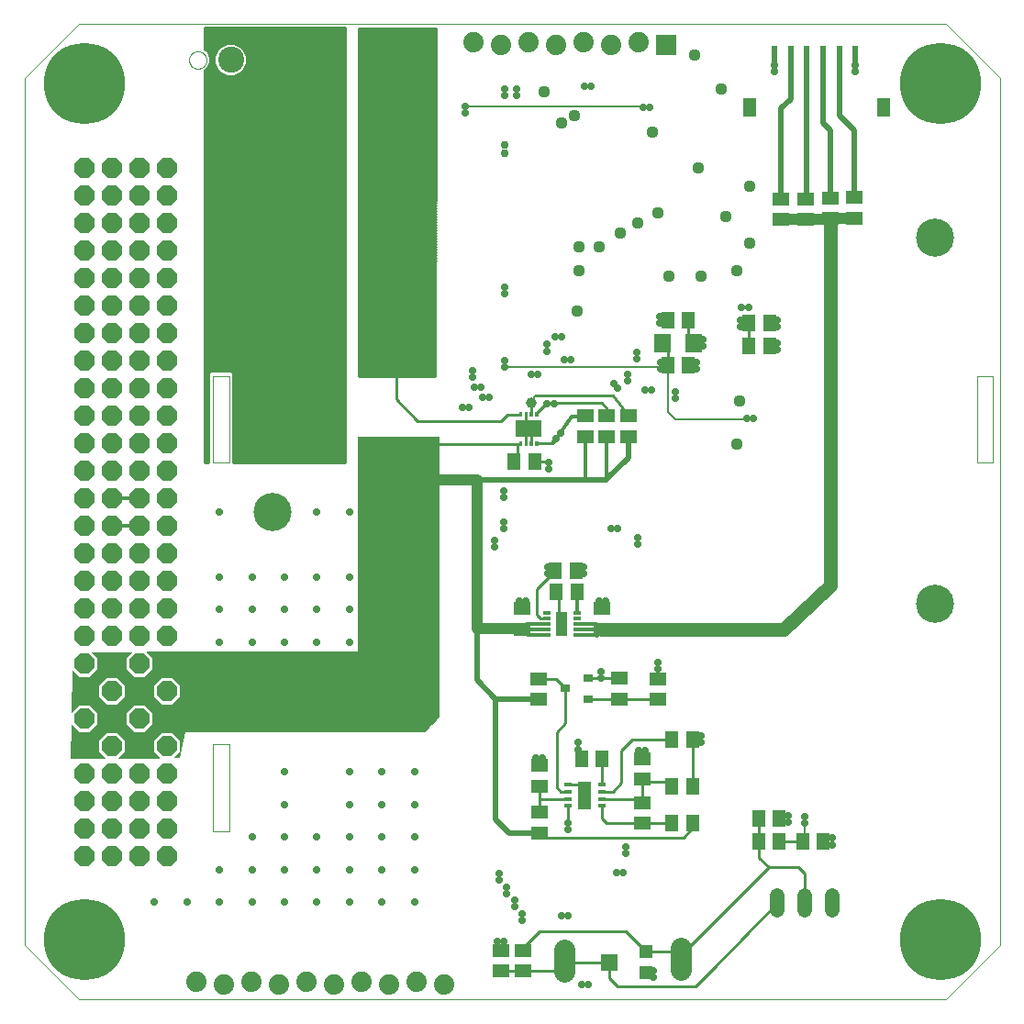
<source format=gtl>
G75*
%MOIN*%
%OFA0B0*%
%FSLAX25Y25*%
%IPPOS*%
%LPD*%
%AMOC8*
5,1,8,0,0,1.08239X$1,22.5*
%
%ADD10C,0.00000*%
%ADD11R,0.20472X0.10630*%
%ADD12R,0.09370X0.06496*%
%ADD13C,0.00246*%
%ADD14R,0.05906X0.05118*%
%ADD15R,0.05118X0.05906*%
%ADD16R,0.02756X0.01200*%
%ADD17R,0.04200X0.08600*%
%ADD18R,0.02756X0.01575*%
%ADD19R,0.05000X0.10000*%
%ADD20R,0.03543X0.03150*%
%ADD21R,0.06299X0.05118*%
%ADD22OC8,0.07400*%
%ADD23C,0.04400*%
%ADD24R,0.07400X0.07400*%
%ADD25C,0.07400*%
%ADD26R,0.06299X0.07098*%
%ADD27C,0.05200*%
%ADD28R,0.04724X0.04724*%
%ADD29R,0.06299X0.05906*%
%ADD30C,0.07800*%
%ADD31C,0.00394*%
%ADD32C,0.29528*%
%ADD33R,0.02362X0.03937*%
%ADD34R,0.04921X0.07087*%
%ADD35C,0.01000*%
%ADD36C,0.02781*%
%ADD37C,0.01200*%
%ADD38C,0.02000*%
%ADD39C,0.00600*%
%ADD40C,0.00787*%
%ADD41C,0.03962*%
%ADD42C,0.04000*%
%ADD43C,0.00300*%
%ADD44C,0.02400*%
%ADD45C,0.14630*%
%ADD46C,0.01600*%
%ADD47C,0.05000*%
%ADD48C,0.13843*%
%ADD49C,0.02978*%
%ADD50C,0.09449*%
D10*
X0039902Y0020348D02*
X0020217Y0040033D01*
X0020217Y0354994D01*
X0039902Y0374679D01*
X0354862Y0374679D01*
X0374547Y0354994D01*
X0374547Y0040033D01*
X0354862Y0020348D01*
X0039902Y0020348D01*
X0080059Y0361687D02*
X0080061Y0361799D01*
X0080067Y0361910D01*
X0080077Y0362022D01*
X0080091Y0362133D01*
X0080108Y0362243D01*
X0080130Y0362353D01*
X0080156Y0362462D01*
X0080185Y0362570D01*
X0080218Y0362676D01*
X0080255Y0362782D01*
X0080296Y0362886D01*
X0080341Y0362989D01*
X0080389Y0363090D01*
X0080440Y0363189D01*
X0080495Y0363286D01*
X0080554Y0363381D01*
X0080615Y0363475D01*
X0080680Y0363566D01*
X0080749Y0363654D01*
X0080820Y0363740D01*
X0080894Y0363824D01*
X0080972Y0363904D01*
X0081052Y0363982D01*
X0081135Y0364058D01*
X0081220Y0364130D01*
X0081308Y0364199D01*
X0081398Y0364265D01*
X0081491Y0364327D01*
X0081586Y0364387D01*
X0081683Y0364443D01*
X0081781Y0364495D01*
X0081882Y0364544D01*
X0081984Y0364589D01*
X0082088Y0364631D01*
X0082193Y0364669D01*
X0082300Y0364703D01*
X0082407Y0364733D01*
X0082516Y0364760D01*
X0082625Y0364782D01*
X0082736Y0364801D01*
X0082846Y0364816D01*
X0082958Y0364827D01*
X0083069Y0364834D01*
X0083181Y0364837D01*
X0083293Y0364836D01*
X0083405Y0364831D01*
X0083516Y0364822D01*
X0083627Y0364809D01*
X0083738Y0364792D01*
X0083848Y0364772D01*
X0083957Y0364747D01*
X0084065Y0364719D01*
X0084172Y0364686D01*
X0084278Y0364650D01*
X0084382Y0364610D01*
X0084485Y0364567D01*
X0084587Y0364520D01*
X0084686Y0364469D01*
X0084784Y0364415D01*
X0084880Y0364357D01*
X0084974Y0364296D01*
X0085065Y0364232D01*
X0085154Y0364165D01*
X0085241Y0364094D01*
X0085325Y0364020D01*
X0085407Y0363944D01*
X0085485Y0363864D01*
X0085561Y0363782D01*
X0085634Y0363697D01*
X0085704Y0363610D01*
X0085770Y0363520D01*
X0085834Y0363428D01*
X0085894Y0363334D01*
X0085951Y0363238D01*
X0086004Y0363139D01*
X0086054Y0363039D01*
X0086100Y0362938D01*
X0086143Y0362834D01*
X0086182Y0362729D01*
X0086217Y0362623D01*
X0086248Y0362516D01*
X0086276Y0362407D01*
X0086299Y0362298D01*
X0086319Y0362188D01*
X0086335Y0362077D01*
X0086347Y0361966D01*
X0086355Y0361855D01*
X0086359Y0361743D01*
X0086359Y0361631D01*
X0086355Y0361519D01*
X0086347Y0361408D01*
X0086335Y0361297D01*
X0086319Y0361186D01*
X0086299Y0361076D01*
X0086276Y0360967D01*
X0086248Y0360858D01*
X0086217Y0360751D01*
X0086182Y0360645D01*
X0086143Y0360540D01*
X0086100Y0360436D01*
X0086054Y0360335D01*
X0086004Y0360235D01*
X0085951Y0360136D01*
X0085894Y0360040D01*
X0085834Y0359946D01*
X0085770Y0359854D01*
X0085704Y0359764D01*
X0085634Y0359677D01*
X0085561Y0359592D01*
X0085485Y0359510D01*
X0085407Y0359430D01*
X0085325Y0359354D01*
X0085241Y0359280D01*
X0085154Y0359209D01*
X0085065Y0359142D01*
X0084974Y0359078D01*
X0084880Y0359017D01*
X0084784Y0358959D01*
X0084686Y0358905D01*
X0084587Y0358854D01*
X0084485Y0358807D01*
X0084382Y0358764D01*
X0084278Y0358724D01*
X0084172Y0358688D01*
X0084065Y0358655D01*
X0083957Y0358627D01*
X0083848Y0358602D01*
X0083738Y0358582D01*
X0083627Y0358565D01*
X0083516Y0358552D01*
X0083405Y0358543D01*
X0083293Y0358538D01*
X0083181Y0358537D01*
X0083069Y0358540D01*
X0082958Y0358547D01*
X0082846Y0358558D01*
X0082736Y0358573D01*
X0082625Y0358592D01*
X0082516Y0358614D01*
X0082407Y0358641D01*
X0082300Y0358671D01*
X0082193Y0358705D01*
X0082088Y0358743D01*
X0081984Y0358785D01*
X0081882Y0358830D01*
X0081781Y0358879D01*
X0081683Y0358931D01*
X0081586Y0358987D01*
X0081491Y0359047D01*
X0081398Y0359109D01*
X0081308Y0359175D01*
X0081220Y0359244D01*
X0081135Y0359316D01*
X0081052Y0359392D01*
X0080972Y0359470D01*
X0080894Y0359550D01*
X0080820Y0359634D01*
X0080749Y0359720D01*
X0080680Y0359808D01*
X0080615Y0359899D01*
X0080554Y0359993D01*
X0080495Y0360088D01*
X0080440Y0360185D01*
X0080389Y0360284D01*
X0080341Y0360385D01*
X0080296Y0360488D01*
X0080255Y0360592D01*
X0080218Y0360698D01*
X0080185Y0360804D01*
X0080156Y0360912D01*
X0080130Y0361021D01*
X0080108Y0361131D01*
X0080091Y0361241D01*
X0080077Y0361352D01*
X0080067Y0361464D01*
X0080061Y0361575D01*
X0080059Y0361687D01*
D11*
X0155365Y0252208D03*
X0155365Y0219530D03*
D12*
X0203229Y0227831D03*
D13*
X0203844Y0232383D02*
X0204582Y0232383D01*
X0203844Y0232383D02*
X0203844Y0233909D01*
X0204582Y0233909D01*
X0204582Y0232383D01*
X0204582Y0232628D02*
X0203844Y0232628D01*
X0203844Y0232873D02*
X0204582Y0232873D01*
X0204582Y0233118D02*
X0203844Y0233118D01*
X0203844Y0233363D02*
X0204582Y0233363D01*
X0204582Y0233608D02*
X0203844Y0233608D01*
X0203844Y0233853D02*
X0204582Y0233853D01*
X0205813Y0233909D02*
X0206551Y0233909D01*
X0206551Y0232383D01*
X0205813Y0232383D01*
X0205813Y0233909D01*
X0205813Y0232628D02*
X0206551Y0232628D01*
X0206551Y0232873D02*
X0205813Y0232873D01*
X0205813Y0233118D02*
X0206551Y0233118D01*
X0206551Y0233363D02*
X0205813Y0233363D01*
X0205813Y0233608D02*
X0206551Y0233608D01*
X0206551Y0233853D02*
X0205813Y0233853D01*
X0202614Y0232383D02*
X0201876Y0232383D01*
X0201876Y0233909D01*
X0202614Y0233909D01*
X0202614Y0232383D01*
X0202614Y0232628D02*
X0201876Y0232628D01*
X0201876Y0232873D02*
X0202614Y0232873D01*
X0202614Y0233118D02*
X0201876Y0233118D01*
X0201876Y0233363D02*
X0202614Y0233363D01*
X0202614Y0233608D02*
X0201876Y0233608D01*
X0201876Y0233853D02*
X0202614Y0233853D01*
X0200645Y0232383D02*
X0199907Y0232383D01*
X0199907Y0233909D01*
X0200645Y0233909D01*
X0200645Y0232383D01*
X0200645Y0232628D02*
X0199907Y0232628D01*
X0199907Y0232873D02*
X0200645Y0232873D01*
X0200645Y0233118D02*
X0199907Y0233118D01*
X0199907Y0233363D02*
X0200645Y0233363D01*
X0200645Y0233608D02*
X0199907Y0233608D01*
X0199907Y0233853D02*
X0200645Y0233853D01*
X0200645Y0221753D02*
X0199907Y0221753D01*
X0199907Y0223279D01*
X0200645Y0223279D01*
X0200645Y0221753D01*
X0200645Y0221998D02*
X0199907Y0221998D01*
X0199907Y0222243D02*
X0200645Y0222243D01*
X0200645Y0222488D02*
X0199907Y0222488D01*
X0199907Y0222733D02*
X0200645Y0222733D01*
X0200645Y0222978D02*
X0199907Y0222978D01*
X0199907Y0223223D02*
X0200645Y0223223D01*
X0201876Y0221753D02*
X0202614Y0221753D01*
X0201876Y0221753D02*
X0201876Y0223279D01*
X0202614Y0223279D01*
X0202614Y0221753D01*
X0202614Y0221998D02*
X0201876Y0221998D01*
X0201876Y0222243D02*
X0202614Y0222243D01*
X0202614Y0222488D02*
X0201876Y0222488D01*
X0201876Y0222733D02*
X0202614Y0222733D01*
X0202614Y0222978D02*
X0201876Y0222978D01*
X0201876Y0223223D02*
X0202614Y0223223D01*
X0203844Y0221753D02*
X0204582Y0221753D01*
X0203844Y0221753D02*
X0203844Y0223279D01*
X0204582Y0223279D01*
X0204582Y0221753D01*
X0204582Y0221998D02*
X0203844Y0221998D01*
X0203844Y0222243D02*
X0204582Y0222243D01*
X0204582Y0222488D02*
X0203844Y0222488D01*
X0203844Y0222733D02*
X0204582Y0222733D01*
X0204582Y0222978D02*
X0203844Y0222978D01*
X0203844Y0223223D02*
X0204582Y0223223D01*
X0205813Y0221753D02*
X0206551Y0221753D01*
X0205813Y0221753D02*
X0205813Y0223279D01*
X0206551Y0223279D01*
X0206551Y0221753D01*
X0206551Y0221998D02*
X0205813Y0221998D01*
X0205813Y0222243D02*
X0206551Y0222243D01*
X0206551Y0222488D02*
X0205813Y0222488D01*
X0205813Y0222733D02*
X0206551Y0222733D01*
X0206551Y0222978D02*
X0205813Y0222978D01*
X0205813Y0223223D02*
X0206551Y0223223D01*
D14*
X0223908Y0224980D03*
X0223908Y0232461D03*
X0231819Y0232441D03*
X0231819Y0224961D03*
X0239728Y0224987D03*
X0239728Y0232468D03*
X0229996Y0162371D03*
X0229996Y0154891D03*
X0206896Y0136924D03*
X0206896Y0129444D03*
X0207225Y0105349D03*
X0207225Y0097869D03*
X0207225Y0088436D03*
X0207225Y0080956D03*
X0244626Y0084482D03*
X0244626Y0091962D03*
X0244626Y0100466D03*
X0244626Y0107947D03*
X0200942Y0154941D03*
X0200942Y0162422D03*
X0201516Y0038262D03*
X0201516Y0030781D03*
X0193248Y0030781D03*
X0193248Y0038262D03*
X0295176Y0303771D03*
X0295176Y0311252D03*
X0304034Y0311291D03*
X0304034Y0303811D03*
X0313089Y0304008D03*
X0313089Y0311488D03*
X0321751Y0311685D03*
X0321751Y0304204D03*
D15*
X0290886Y0266018D03*
X0283406Y0266018D03*
X0283406Y0257750D03*
X0290886Y0257750D03*
X0261358Y0250663D03*
X0253878Y0250663D03*
X0253878Y0267199D03*
X0261358Y0267199D03*
X0205652Y0215706D03*
X0198172Y0215706D03*
X0213130Y0176254D03*
X0220610Y0176254D03*
X0220930Y0168350D03*
X0213449Y0168350D03*
X0255453Y0114836D03*
X0262933Y0114836D03*
X0262933Y0097907D03*
X0255453Y0097907D03*
X0255453Y0084521D03*
X0262933Y0084521D03*
X0286949Y0086096D03*
X0294429Y0086096D03*
X0294429Y0077829D03*
X0286949Y0077829D03*
X0302894Y0077829D03*
X0310374Y0077829D03*
X0230046Y0107987D03*
X0222565Y0107987D03*
D16*
X0220890Y0152898D03*
X0220890Y0154866D03*
X0220890Y0156835D03*
X0220890Y0158803D03*
X0220890Y0160772D03*
X0210064Y0160772D03*
X0210064Y0158803D03*
X0210064Y0156835D03*
X0210064Y0154866D03*
X0210064Y0152898D03*
D17*
X0215477Y0156835D03*
D18*
X0217723Y0098342D03*
X0217723Y0095783D03*
X0217723Y0093224D03*
X0217723Y0090664D03*
X0230124Y0090664D03*
X0230124Y0093224D03*
X0230124Y0095783D03*
X0230124Y0098342D03*
D19*
X0223825Y0094601D03*
D20*
X0225006Y0129641D03*
X0225006Y0137121D03*
X0216739Y0133381D03*
D21*
X0236424Y0129641D03*
X0236424Y0137121D03*
X0250400Y0136924D03*
X0250400Y0129444D03*
D22*
X0071857Y0132489D03*
X0071857Y0142489D03*
X0071857Y0152489D03*
X0071857Y0162489D03*
X0071857Y0172489D03*
X0071857Y0182489D03*
X0071857Y0192489D03*
X0071857Y0202489D03*
X0071857Y0212489D03*
X0071857Y0222489D03*
X0071857Y0232489D03*
X0071857Y0242489D03*
X0071857Y0252489D03*
X0071857Y0262489D03*
X0071857Y0272489D03*
X0071857Y0282489D03*
X0071857Y0292489D03*
X0071857Y0302489D03*
X0071857Y0312489D03*
X0071857Y0322489D03*
X0061857Y0322489D03*
X0061857Y0312489D03*
X0061857Y0302489D03*
X0061857Y0292489D03*
X0061857Y0282489D03*
X0061857Y0272489D03*
X0061857Y0262489D03*
X0061857Y0252489D03*
X0061857Y0242489D03*
X0061857Y0232489D03*
X0061857Y0222489D03*
X0061857Y0212489D03*
X0061857Y0202489D03*
X0061857Y0192489D03*
X0061857Y0182489D03*
X0061857Y0172489D03*
X0061857Y0162489D03*
X0061857Y0152489D03*
X0061857Y0142489D03*
X0061857Y0132489D03*
X0061857Y0122489D03*
X0061857Y0112489D03*
X0071857Y0112489D03*
X0071857Y0122489D03*
X0071857Y0102489D03*
X0071857Y0092489D03*
X0071857Y0082489D03*
X0071857Y0072489D03*
X0061857Y0072489D03*
X0061857Y0082489D03*
X0061857Y0092489D03*
X0061857Y0102489D03*
X0051857Y0102489D03*
X0051857Y0092489D03*
X0041857Y0092489D03*
X0041857Y0102489D03*
X0041857Y0112489D03*
X0041857Y0122489D03*
X0051857Y0122489D03*
X0051857Y0112489D03*
X0051857Y0132489D03*
X0051857Y0142489D03*
X0041857Y0142489D03*
X0041857Y0132489D03*
X0041857Y0152489D03*
X0051857Y0152489D03*
X0051857Y0162489D03*
X0051857Y0172489D03*
X0041857Y0172489D03*
X0041857Y0162489D03*
X0041857Y0182489D03*
X0041857Y0192489D03*
X0051857Y0192489D03*
X0051857Y0182489D03*
X0051857Y0202489D03*
X0041857Y0202489D03*
X0041857Y0212489D03*
X0041857Y0222489D03*
X0051857Y0222489D03*
X0051857Y0212489D03*
X0051857Y0232489D03*
X0051857Y0242489D03*
X0041857Y0242489D03*
X0041857Y0232489D03*
X0041857Y0252489D03*
X0051857Y0252489D03*
X0051857Y0262489D03*
X0051857Y0272489D03*
X0041857Y0272489D03*
X0041857Y0262489D03*
X0041857Y0282489D03*
X0041857Y0292489D03*
X0051857Y0292489D03*
X0051857Y0282489D03*
X0051857Y0302489D03*
X0041857Y0302489D03*
X0041857Y0312489D03*
X0041857Y0322489D03*
X0051857Y0322489D03*
X0051857Y0312489D03*
X0051857Y0082489D03*
X0041857Y0082489D03*
X0041857Y0072489D03*
X0051857Y0072489D03*
D23*
X0220862Y0270466D03*
X0221846Y0285230D03*
X0221639Y0293734D03*
X0229139Y0293734D03*
X0236660Y0298749D03*
X0242907Y0302370D03*
X0250389Y0306284D03*
X0265153Y0322632D03*
X0274996Y0304915D03*
X0283854Y0315742D03*
X0283854Y0295073D03*
X0278933Y0285230D03*
X0266137Y0283262D03*
X0254326Y0283262D03*
X0279917Y0237986D03*
X0278933Y0222238D03*
X0248421Y0335427D03*
X0273519Y0351175D03*
X0263677Y0363478D03*
X0219877Y0341332D03*
X0215448Y0338872D03*
X0209051Y0350191D03*
D24*
X0253442Y0367071D03*
D25*
X0243442Y0368071D03*
X0233442Y0367071D03*
X0223442Y0368071D03*
X0213442Y0367071D03*
X0203442Y0368071D03*
X0193442Y0367071D03*
X0183442Y0368071D03*
X0162618Y0026754D03*
X0172618Y0025754D03*
X0152618Y0025754D03*
X0142618Y0026754D03*
X0132618Y0025754D03*
X0122618Y0026754D03*
X0112618Y0025754D03*
X0102618Y0026754D03*
X0092618Y0025754D03*
X0082618Y0026754D03*
D26*
X0252020Y0258931D03*
X0263217Y0258931D03*
D27*
X0293681Y0057988D02*
X0293681Y0052788D01*
X0303681Y0052788D02*
X0303681Y0057988D01*
X0313681Y0057988D02*
X0313681Y0052788D01*
D28*
X0245906Y0037868D03*
X0245906Y0029994D03*
D29*
X0232815Y0033931D03*
D30*
X0216280Y0030621D02*
X0216280Y0038421D01*
X0258799Y0039012D02*
X0258799Y0031212D01*
D31*
X0094626Y0081569D02*
X0088721Y0081569D01*
X0088721Y0113065D01*
X0094626Y0113065D01*
X0094626Y0081569D01*
X0094626Y0215427D02*
X0088721Y0215427D01*
X0088721Y0246923D01*
X0094626Y0246923D01*
X0094626Y0215427D01*
X0366280Y0215427D02*
X0366280Y0246923D01*
X0372185Y0246923D01*
X0372185Y0215427D01*
X0366280Y0215427D01*
D32*
X0352894Y0353025D03*
X0352894Y0042002D03*
X0041870Y0042002D03*
X0041870Y0353025D03*
D33*
X0292658Y0364836D03*
X0298563Y0364836D03*
X0304469Y0364836D03*
X0310374Y0364836D03*
X0316280Y0364836D03*
X0322185Y0364836D03*
D34*
X0332441Y0344364D03*
X0283583Y0344364D03*
D35*
X0283406Y0266018D02*
X0283406Y0257750D01*
X0261358Y0260789D02*
X0261358Y0267199D01*
X0253878Y0257073D02*
X0253878Y0250663D01*
X0234119Y0239716D02*
X0239728Y0232468D01*
X0231819Y0232441D02*
X0231819Y0235249D01*
X0229909Y0237159D01*
X0210195Y0237159D01*
X0210021Y0237148D01*
X0206182Y0233146D01*
X0204213Y0233146D02*
X0204213Y0236730D01*
X0204202Y0236741D01*
X0206095Y0239716D02*
X0234119Y0239716D01*
X0212105Y0222516D02*
X0206182Y0222516D01*
X0204213Y0222516D02*
X0204213Y0227831D01*
X0203229Y0227831D02*
X0202245Y0228815D01*
X0202245Y0233146D01*
X0200245Y0233114D02*
X0200077Y0232947D01*
X0195807Y0232947D01*
X0193445Y0230584D01*
X0163130Y0230584D01*
X0155365Y0238350D01*
X0155365Y0252208D01*
X0167245Y0246867D02*
X0141836Y0246867D01*
X0141836Y0373179D01*
X0169775Y0373179D01*
X0169401Y0246837D01*
X0167245Y0246867D01*
X0169401Y0247010D02*
X0141836Y0247010D01*
X0141836Y0248009D02*
X0169404Y0248009D01*
X0169407Y0249007D02*
X0141836Y0249007D01*
X0141836Y0250006D02*
X0169410Y0250006D01*
X0169413Y0251004D02*
X0141836Y0251004D01*
X0141836Y0252003D02*
X0169416Y0252003D01*
X0169419Y0253001D02*
X0141836Y0253001D01*
X0141836Y0254000D02*
X0169422Y0254000D01*
X0169425Y0254998D02*
X0141836Y0254998D01*
X0141836Y0255997D02*
X0169428Y0255997D01*
X0169431Y0256995D02*
X0141836Y0256995D01*
X0141836Y0257994D02*
X0169434Y0257994D01*
X0169437Y0258992D02*
X0141836Y0258992D01*
X0141836Y0259991D02*
X0169440Y0259991D01*
X0169443Y0260989D02*
X0141836Y0260989D01*
X0141836Y0261988D02*
X0169446Y0261988D01*
X0169448Y0262986D02*
X0141836Y0262986D01*
X0141836Y0263985D02*
X0169451Y0263985D01*
X0169454Y0264984D02*
X0141836Y0264984D01*
X0141836Y0265982D02*
X0169457Y0265982D01*
X0169460Y0266981D02*
X0141836Y0266981D01*
X0141836Y0267979D02*
X0169463Y0267979D01*
X0169466Y0268978D02*
X0141836Y0268978D01*
X0141836Y0269976D02*
X0169469Y0269976D01*
X0169472Y0270975D02*
X0141836Y0270975D01*
X0141836Y0271973D02*
X0169475Y0271973D01*
X0169478Y0272972D02*
X0141836Y0272972D01*
X0141836Y0273970D02*
X0169481Y0273970D01*
X0169484Y0274969D02*
X0141836Y0274969D01*
X0141836Y0275967D02*
X0169487Y0275967D01*
X0169490Y0276966D02*
X0141836Y0276966D01*
X0141836Y0277964D02*
X0169493Y0277964D01*
X0169496Y0278963D02*
X0141836Y0278963D01*
X0141836Y0279961D02*
X0169499Y0279961D01*
X0169502Y0280960D02*
X0141836Y0280960D01*
X0141836Y0281958D02*
X0169505Y0281958D01*
X0169508Y0282957D02*
X0141836Y0282957D01*
X0141836Y0283955D02*
X0169511Y0283955D01*
X0169514Y0284954D02*
X0141836Y0284954D01*
X0141836Y0285952D02*
X0169516Y0285952D01*
X0169519Y0286951D02*
X0141836Y0286951D01*
X0141836Y0287949D02*
X0169522Y0287949D01*
X0169525Y0288948D02*
X0141836Y0288948D01*
X0141836Y0289946D02*
X0169528Y0289946D01*
X0169531Y0290945D02*
X0141836Y0290945D01*
X0141836Y0291943D02*
X0169534Y0291943D01*
X0169537Y0292942D02*
X0141836Y0292942D01*
X0141836Y0293940D02*
X0169540Y0293940D01*
X0169543Y0294939D02*
X0141836Y0294939D01*
X0141836Y0295937D02*
X0169546Y0295937D01*
X0169549Y0296936D02*
X0141836Y0296936D01*
X0141836Y0297934D02*
X0169552Y0297934D01*
X0169555Y0298933D02*
X0141836Y0298933D01*
X0141836Y0299931D02*
X0169558Y0299931D01*
X0169561Y0300930D02*
X0141836Y0300930D01*
X0141836Y0301928D02*
X0169564Y0301928D01*
X0169567Y0302927D02*
X0141836Y0302927D01*
X0141836Y0303925D02*
X0169570Y0303925D01*
X0169573Y0304924D02*
X0141836Y0304924D01*
X0141836Y0305922D02*
X0169576Y0305922D01*
X0169579Y0306921D02*
X0141836Y0306921D01*
X0141836Y0307919D02*
X0169582Y0307919D01*
X0169584Y0308918D02*
X0141836Y0308918D01*
X0141836Y0309917D02*
X0169587Y0309917D01*
X0169590Y0310915D02*
X0141836Y0310915D01*
X0141836Y0311914D02*
X0169593Y0311914D01*
X0169596Y0312912D02*
X0141836Y0312912D01*
X0141836Y0313911D02*
X0169599Y0313911D01*
X0169602Y0314909D02*
X0141836Y0314909D01*
X0141836Y0315908D02*
X0169605Y0315908D01*
X0169608Y0316906D02*
X0141836Y0316906D01*
X0141836Y0317905D02*
X0169611Y0317905D01*
X0169614Y0318903D02*
X0141836Y0318903D01*
X0141836Y0319902D02*
X0169617Y0319902D01*
X0169620Y0320900D02*
X0141836Y0320900D01*
X0141836Y0321899D02*
X0169623Y0321899D01*
X0169626Y0322897D02*
X0141836Y0322897D01*
X0141836Y0323896D02*
X0169629Y0323896D01*
X0169632Y0324894D02*
X0141836Y0324894D01*
X0141836Y0325893D02*
X0169635Y0325893D01*
X0169638Y0326891D02*
X0141836Y0326891D01*
X0141836Y0327890D02*
X0169641Y0327890D01*
X0169644Y0328888D02*
X0141836Y0328888D01*
X0141836Y0329887D02*
X0169647Y0329887D01*
X0169650Y0330885D02*
X0141836Y0330885D01*
X0141836Y0331884D02*
X0169652Y0331884D01*
X0169655Y0332882D02*
X0141836Y0332882D01*
X0141836Y0333881D02*
X0169658Y0333881D01*
X0169661Y0334879D02*
X0141836Y0334879D01*
X0141836Y0335878D02*
X0169664Y0335878D01*
X0169667Y0336876D02*
X0141836Y0336876D01*
X0141836Y0337875D02*
X0169670Y0337875D01*
X0169673Y0338873D02*
X0141836Y0338873D01*
X0141836Y0339872D02*
X0169676Y0339872D01*
X0169679Y0340870D02*
X0141836Y0340870D01*
X0141836Y0341869D02*
X0169682Y0341869D01*
X0169685Y0342867D02*
X0141836Y0342867D01*
X0141836Y0343866D02*
X0169688Y0343866D01*
X0169691Y0344864D02*
X0141836Y0344864D01*
X0141836Y0345863D02*
X0169694Y0345863D01*
X0169697Y0346861D02*
X0141836Y0346861D01*
X0141836Y0347860D02*
X0169700Y0347860D01*
X0169703Y0348858D02*
X0141836Y0348858D01*
X0141836Y0349857D02*
X0169706Y0349857D01*
X0169709Y0350855D02*
X0141836Y0350855D01*
X0141836Y0351854D02*
X0169712Y0351854D01*
X0169715Y0352852D02*
X0141836Y0352852D01*
X0141836Y0353851D02*
X0169718Y0353851D01*
X0169721Y0354850D02*
X0141836Y0354850D01*
X0141836Y0355848D02*
X0169723Y0355848D01*
X0169726Y0356847D02*
X0141836Y0356847D01*
X0141836Y0357845D02*
X0169729Y0357845D01*
X0169732Y0358844D02*
X0141836Y0358844D01*
X0141836Y0359842D02*
X0169735Y0359842D01*
X0169738Y0360841D02*
X0141836Y0360841D01*
X0141836Y0361839D02*
X0169741Y0361839D01*
X0169744Y0362838D02*
X0141836Y0362838D01*
X0141836Y0363836D02*
X0169747Y0363836D01*
X0169750Y0364835D02*
X0141836Y0364835D01*
X0141836Y0365833D02*
X0169753Y0365833D01*
X0169756Y0366832D02*
X0141836Y0366832D01*
X0141836Y0367830D02*
X0169759Y0367830D01*
X0169762Y0368829D02*
X0141836Y0368829D01*
X0141836Y0369827D02*
X0169765Y0369827D01*
X0169768Y0370826D02*
X0141836Y0370826D01*
X0141836Y0371824D02*
X0169771Y0371824D01*
X0169774Y0372823D02*
X0141836Y0372823D01*
X0203229Y0227831D02*
X0202245Y0226846D01*
X0202245Y0222516D01*
X0199804Y0222044D02*
X0199351Y0222044D01*
X0199351Y0216885D01*
X0198172Y0215706D01*
X0199351Y0222044D02*
X0170292Y0222044D01*
X0167942Y0219693D01*
X0155527Y0219693D01*
X0155365Y0219530D01*
X0205652Y0215706D02*
X0210292Y0215706D01*
X0210571Y0215624D01*
X0210571Y0213262D01*
X0207684Y0215706D02*
X0205652Y0215706D01*
X0213130Y0176254D02*
X0206240Y0169364D01*
X0206240Y0160309D01*
X0207746Y0158803D01*
X0210064Y0158803D01*
X0214311Y0159990D02*
X0215492Y0158965D01*
X0214311Y0159990D02*
X0214311Y0166035D01*
X0213445Y0166276D01*
X0213449Y0168350D01*
X0213195Y0136924D02*
X0206896Y0136924D01*
X0213195Y0136924D02*
X0216739Y0133381D01*
X0216739Y0120807D01*
X0213524Y0117592D01*
X0213524Y0097514D01*
X0215099Y0095939D01*
X0217567Y0095939D01*
X0217723Y0095783D01*
X0217723Y0098342D02*
X0223719Y0098342D01*
X0223760Y0098104D01*
X0230124Y0098342D02*
X0230124Y0107909D01*
X0230046Y0107987D01*
X0222565Y0107987D02*
X0221398Y0107987D01*
X0221398Y0113655D01*
X0225006Y0129641D02*
X0236424Y0129641D01*
X0250203Y0129641D01*
X0250400Y0129444D01*
X0250400Y0136924D02*
X0250400Y0141096D01*
X0250400Y0143051D01*
X0250335Y0142986D01*
X0250400Y0143051D02*
X0250532Y0143183D01*
X0236424Y0137121D02*
X0229902Y0137121D01*
X0225006Y0137121D01*
X0241083Y0114836D02*
X0237146Y0110899D01*
X0237146Y0099088D01*
X0233996Y0095939D01*
X0230281Y0095939D01*
X0230124Y0095783D01*
X0230124Y0093224D02*
X0243365Y0093224D01*
X0244626Y0091962D01*
X0244626Y0099482D01*
X0253878Y0099482D01*
X0255453Y0097907D01*
X0262933Y0097907D02*
X0262933Y0114836D01*
X0255453Y0114836D02*
X0241083Y0114836D01*
X0244626Y0100466D02*
X0244626Y0099482D01*
X0244626Y0084482D02*
X0231673Y0084482D01*
X0230059Y0086096D01*
X0230059Y0090599D01*
X0230124Y0090664D01*
X0217723Y0090664D02*
X0217723Y0085047D01*
X0217854Y0084915D01*
X0217854Y0084621D01*
X0217755Y0084521D01*
X0208902Y0079010D02*
X0259587Y0079010D01*
X0262933Y0082750D01*
X0262933Y0084521D01*
X0255453Y0084521D02*
X0255413Y0084482D01*
X0244626Y0084482D01*
X0217723Y0093224D02*
X0217682Y0093183D01*
X0207225Y0093183D01*
X0207225Y0088436D01*
X0207327Y0080978D02*
X0207225Y0080956D01*
X0208902Y0079010D01*
X0207225Y0093183D02*
X0207225Y0097869D01*
X0207421Y0045151D02*
X0238622Y0045151D01*
X0245906Y0037868D01*
X0256043Y0037868D01*
X0258360Y0035552D01*
X0258360Y0036050D01*
X0290689Y0068380D01*
X0287146Y0071923D01*
X0287146Y0077632D01*
X0286949Y0077829D01*
X0286949Y0086096D01*
X0294429Y0077829D02*
X0302894Y0077829D01*
X0301319Y0068380D02*
X0290689Y0068380D01*
X0301319Y0068380D02*
X0303681Y0066018D01*
X0303681Y0055388D01*
X0293681Y0055388D02*
X0270059Y0031018D01*
X0264114Y0025073D01*
X0235768Y0025073D01*
X0232815Y0028025D01*
X0232815Y0033931D01*
X0216870Y0033931D01*
X0216280Y0034521D01*
X0212539Y0030781D01*
X0201516Y0030781D01*
X0193248Y0030781D01*
X0201516Y0038262D02*
X0201516Y0039246D01*
X0207421Y0045151D01*
X0258360Y0035552D02*
X0258799Y0035112D01*
D36*
X0248760Y0030978D03*
X0248760Y0028616D03*
X0224941Y0025735D03*
X0222579Y0025735D03*
X0201122Y0049088D03*
X0201122Y0051451D03*
X0198406Y0054128D03*
X0198406Y0056490D03*
X0195413Y0058852D03*
X0195413Y0061214D03*
X0192658Y0063813D03*
X0192658Y0066175D03*
X0215492Y0050663D03*
X0217854Y0050663D03*
X0235374Y0066411D03*
X0237736Y0066411D03*
X0238721Y0073498D03*
X0238721Y0075860D03*
X0223760Y0091018D03*
X0223760Y0093380D03*
X0223760Y0095742D03*
X0223760Y0098104D03*
X0221398Y0111293D03*
X0221398Y0113655D03*
X0208406Y0108144D03*
X0206043Y0108144D03*
X0217755Y0084521D03*
X0217755Y0082159D03*
X0243445Y0110899D03*
X0245807Y0110899D03*
X0265886Y0113655D03*
X0265886Y0116018D03*
X0250335Y0140624D03*
X0250335Y0142986D03*
X0229665Y0139640D03*
X0229665Y0137277D03*
X0215492Y0154241D03*
X0215492Y0156603D03*
X0215492Y0158965D03*
X0228878Y0165230D03*
X0231240Y0165230D03*
X0223366Y0175073D03*
X0223366Y0177435D03*
X0233209Y0191608D03*
X0235583Y0191601D03*
X0243051Y0188262D03*
X0243051Y0185899D03*
X0210374Y0177435D03*
X0210374Y0175073D03*
X0202303Y0165230D03*
X0199941Y0165230D03*
X0191083Y0184718D03*
X0191083Y0187081D03*
X0194232Y0191608D03*
X0194232Y0193970D03*
X0194232Y0202710D03*
X0194232Y0205073D03*
X0210571Y0213262D03*
X0210571Y0215624D03*
X0213327Y0224088D03*
X0215177Y0226018D03*
X0206209Y0226304D03*
X0203846Y0226304D03*
X0201484Y0226304D03*
X0200303Y0228666D03*
X0202665Y0228666D03*
X0205028Y0228666D03*
X0210177Y0236962D03*
X0212539Y0236962D03*
X0206634Y0247514D03*
X0204272Y0247514D03*
X0210177Y0255978D03*
X0210177Y0258340D03*
X0212933Y0261293D03*
X0215295Y0261293D03*
X0216280Y0252948D03*
X0218642Y0252948D03*
X0234193Y0244167D03*
X0235768Y0242395D03*
X0239311Y0245151D03*
X0239311Y0247514D03*
X0242854Y0253025D03*
X0242854Y0255388D03*
X0251319Y0251844D03*
X0251319Y0249482D03*
X0248169Y0241805D03*
X0245807Y0241805D03*
X0256831Y0241214D03*
X0256831Y0238852D03*
X0264311Y0249482D03*
X0264311Y0251844D03*
X0266673Y0257750D03*
X0266673Y0260112D03*
X0280453Y0264836D03*
X0280453Y0267199D03*
X0280847Y0271923D03*
X0283209Y0271923D03*
X0293642Y0267199D03*
X0293642Y0264836D03*
X0293642Y0258931D03*
X0293642Y0256569D03*
X0285177Y0231372D03*
X0282815Y0231372D03*
X0250925Y0266018D03*
X0250925Y0268380D03*
X0194626Y0276844D03*
X0194626Y0279206D03*
X0194626Y0252632D03*
X0194626Y0250269D03*
X0186162Y0242907D03*
X0183799Y0242789D03*
X0183091Y0246569D03*
X0183091Y0248931D03*
X0186752Y0239049D03*
X0189114Y0239049D03*
X0181634Y0235506D03*
X0179272Y0235506D03*
X0161949Y0268380D03*
X0161949Y0280191D03*
X0161949Y0292002D03*
X0161949Y0303813D03*
X0161949Y0315624D03*
X0161949Y0327435D03*
X0161949Y0339246D03*
X0161949Y0351057D03*
X0150138Y0351057D03*
X0150138Y0339246D03*
X0150138Y0327435D03*
X0150138Y0315624D03*
X0150138Y0303813D03*
X0150138Y0292002D03*
X0150138Y0280191D03*
X0150138Y0268380D03*
X0126516Y0268380D03*
X0126516Y0280191D03*
X0126516Y0292002D03*
X0126516Y0303813D03*
X0126516Y0315624D03*
X0126516Y0327435D03*
X0114705Y0327435D03*
X0114705Y0315624D03*
X0102894Y0315624D03*
X0102894Y0327435D03*
X0091083Y0327435D03*
X0091083Y0315624D03*
X0091083Y0303813D03*
X0102894Y0303813D03*
X0114705Y0303813D03*
X0114705Y0292002D03*
X0102894Y0292002D03*
X0091083Y0292002D03*
X0091083Y0280191D03*
X0102894Y0280191D03*
X0114705Y0280191D03*
X0114705Y0268380D03*
X0102894Y0268380D03*
X0091083Y0268380D03*
X0091083Y0256569D03*
X0102894Y0256569D03*
X0102894Y0247710D03*
X0114705Y0247710D03*
X0114705Y0256569D03*
X0126516Y0256569D03*
X0126516Y0247710D03*
X0132421Y0244758D03*
X0132421Y0232947D03*
X0132421Y0221136D03*
X0120610Y0224088D03*
X0120610Y0235899D03*
X0105847Y0235899D03*
X0105847Y0224088D03*
X0091083Y0197514D03*
X0091083Y0173892D03*
X0102894Y0173892D03*
X0114705Y0173892D03*
X0126516Y0173892D03*
X0138327Y0173892D03*
X0138327Y0162081D03*
X0126516Y0162081D03*
X0114705Y0162081D03*
X0102894Y0162081D03*
X0091083Y0162081D03*
X0091083Y0150269D03*
X0102894Y0150269D03*
X0114705Y0150269D03*
X0126516Y0150269D03*
X0138327Y0150269D03*
X0138327Y0197514D03*
X0126516Y0197514D03*
X0138327Y0103025D03*
X0138327Y0091214D03*
X0138327Y0079403D03*
X0138327Y0067592D03*
X0138327Y0055781D03*
X0150138Y0055781D03*
X0150138Y0067592D03*
X0150138Y0079403D03*
X0150138Y0091214D03*
X0150138Y0103025D03*
X0161949Y0103025D03*
X0161949Y0091214D03*
X0161949Y0079403D03*
X0161949Y0067592D03*
X0161949Y0055781D03*
X0192067Y0041608D03*
X0194429Y0041608D03*
X0126516Y0055781D03*
X0114705Y0055781D03*
X0102894Y0055781D03*
X0091083Y0055781D03*
X0079272Y0055781D03*
X0091083Y0067592D03*
X0102894Y0067592D03*
X0114705Y0067592D03*
X0126516Y0067592D03*
X0126516Y0079403D03*
X0114705Y0079403D03*
X0102894Y0079403D03*
X0114705Y0091214D03*
X0114705Y0103025D03*
X0067461Y0055781D03*
X0297776Y0084915D03*
X0297776Y0087277D03*
X0303681Y0086884D03*
X0303681Y0084521D03*
X0313721Y0079010D03*
X0313721Y0076647D03*
X0180453Y0342395D03*
X0180453Y0344758D03*
X0194626Y0348892D03*
X0194626Y0351254D03*
X0198957Y0351254D03*
X0198957Y0348892D03*
X0223760Y0352041D03*
X0226122Y0352041D03*
X0245020Y0344402D03*
X0247382Y0344402D03*
X0292658Y0357356D03*
X0292658Y0359718D03*
X0322185Y0359718D03*
X0322185Y0357356D03*
X0126516Y0351057D03*
X0126516Y0339246D03*
X0114705Y0339246D03*
X0114705Y0351057D03*
X0102894Y0351057D03*
X0102894Y0339246D03*
X0091083Y0339246D03*
X0091083Y0351057D03*
D37*
X0093108Y0355931D02*
X0085911Y0355931D01*
X0085911Y0354733D02*
X0136786Y0354733D01*
X0136786Y0355931D02*
X0097326Y0355931D01*
X0096435Y0355562D02*
X0098686Y0356495D01*
X0100409Y0358218D01*
X0101341Y0360469D01*
X0101341Y0362905D01*
X0100409Y0365156D01*
X0098686Y0366879D01*
X0096435Y0367811D01*
X0093998Y0367811D01*
X0091747Y0366879D01*
X0090025Y0365156D01*
X0089092Y0362905D01*
X0089092Y0360469D01*
X0090025Y0358218D01*
X0091747Y0356495D01*
X0093998Y0355562D01*
X0096435Y0355562D01*
X0099321Y0357130D02*
X0136786Y0357130D01*
X0136786Y0358328D02*
X0100455Y0358328D01*
X0100951Y0359527D02*
X0136786Y0359527D01*
X0136786Y0360725D02*
X0101341Y0360725D01*
X0101341Y0361924D02*
X0136786Y0361924D01*
X0136786Y0363122D02*
X0101251Y0363122D01*
X0100755Y0364321D02*
X0136786Y0364321D01*
X0136786Y0365519D02*
X0100045Y0365519D01*
X0098847Y0366718D02*
X0136786Y0366718D01*
X0136786Y0367917D02*
X0085911Y0367917D01*
X0085911Y0369115D02*
X0136786Y0369115D01*
X0136786Y0370314D02*
X0085911Y0370314D01*
X0085911Y0371512D02*
X0136786Y0371512D01*
X0136786Y0372711D02*
X0085911Y0372711D01*
X0085911Y0373079D02*
X0136786Y0373079D01*
X0136786Y0217169D01*
X0136618Y0216308D01*
X0136618Y0215559D01*
X0096423Y0215559D01*
X0096423Y0247667D01*
X0095370Y0248720D01*
X0087976Y0248720D01*
X0086924Y0247667D01*
X0086924Y0215559D01*
X0085911Y0215559D01*
X0085911Y0357672D01*
X0087235Y0358996D01*
X0087958Y0360742D01*
X0087958Y0362632D01*
X0087235Y0364377D01*
X0085911Y0365702D01*
X0085911Y0373079D01*
X0085911Y0366718D02*
X0091587Y0366718D01*
X0090388Y0365519D02*
X0086093Y0365519D01*
X0087259Y0364321D02*
X0089679Y0364321D01*
X0089182Y0363122D02*
X0087755Y0363122D01*
X0087958Y0361924D02*
X0089092Y0361924D01*
X0089092Y0360725D02*
X0087951Y0360725D01*
X0087455Y0359527D02*
X0089482Y0359527D01*
X0089979Y0358328D02*
X0086567Y0358328D01*
X0085911Y0357130D02*
X0091112Y0357130D01*
X0085911Y0353534D02*
X0136786Y0353534D01*
X0136786Y0352336D02*
X0085911Y0352336D01*
X0085911Y0351137D02*
X0136786Y0351137D01*
X0136786Y0349939D02*
X0085911Y0349939D01*
X0085911Y0348740D02*
X0136786Y0348740D01*
X0136786Y0347542D02*
X0085911Y0347542D01*
X0085911Y0346343D02*
X0136786Y0346343D01*
X0136786Y0345145D02*
X0085911Y0345145D01*
X0085911Y0343946D02*
X0136786Y0343946D01*
X0136786Y0342748D02*
X0085911Y0342748D01*
X0085911Y0341549D02*
X0136786Y0341549D01*
X0136786Y0340351D02*
X0085911Y0340351D01*
X0085911Y0339152D02*
X0136786Y0339152D01*
X0136786Y0337954D02*
X0085911Y0337954D01*
X0085911Y0336755D02*
X0136786Y0336755D01*
X0136786Y0335557D02*
X0085911Y0335557D01*
X0085911Y0334358D02*
X0136786Y0334358D01*
X0136786Y0333160D02*
X0085911Y0333160D01*
X0085911Y0331961D02*
X0136786Y0331961D01*
X0136786Y0330763D02*
X0085911Y0330763D01*
X0085911Y0329564D02*
X0136786Y0329564D01*
X0136786Y0328366D02*
X0085911Y0328366D01*
X0085911Y0327167D02*
X0136786Y0327167D01*
X0136786Y0325969D02*
X0085911Y0325969D01*
X0085911Y0324770D02*
X0136786Y0324770D01*
X0136786Y0323572D02*
X0085911Y0323572D01*
X0085911Y0322373D02*
X0136786Y0322373D01*
X0136786Y0321175D02*
X0085911Y0321175D01*
X0085911Y0319976D02*
X0136786Y0319976D01*
X0136786Y0318778D02*
X0085911Y0318778D01*
X0085911Y0317579D02*
X0136786Y0317579D01*
X0136786Y0316381D02*
X0085911Y0316381D01*
X0085911Y0315182D02*
X0136786Y0315182D01*
X0136786Y0313984D02*
X0085911Y0313984D01*
X0085911Y0312785D02*
X0136786Y0312785D01*
X0136786Y0311586D02*
X0085911Y0311586D01*
X0085911Y0310388D02*
X0136786Y0310388D01*
X0136786Y0309189D02*
X0085911Y0309189D01*
X0085911Y0307991D02*
X0136786Y0307991D01*
X0136786Y0306792D02*
X0085911Y0306792D01*
X0085911Y0305594D02*
X0136786Y0305594D01*
X0136786Y0304395D02*
X0085911Y0304395D01*
X0085911Y0303197D02*
X0136786Y0303197D01*
X0136786Y0301998D02*
X0085911Y0301998D01*
X0085911Y0300800D02*
X0136786Y0300800D01*
X0136786Y0299601D02*
X0085911Y0299601D01*
X0085911Y0298403D02*
X0136786Y0298403D01*
X0136786Y0297204D02*
X0085911Y0297204D01*
X0085911Y0296006D02*
X0136786Y0296006D01*
X0136786Y0294807D02*
X0085911Y0294807D01*
X0085911Y0293609D02*
X0136786Y0293609D01*
X0136786Y0292410D02*
X0085911Y0292410D01*
X0085911Y0291212D02*
X0136786Y0291212D01*
X0136786Y0290013D02*
X0085911Y0290013D01*
X0085911Y0288815D02*
X0136786Y0288815D01*
X0136786Y0287616D02*
X0085911Y0287616D01*
X0085911Y0286418D02*
X0136786Y0286418D01*
X0136786Y0285219D02*
X0085911Y0285219D01*
X0085911Y0284021D02*
X0136786Y0284021D01*
X0136786Y0282822D02*
X0085911Y0282822D01*
X0085911Y0281624D02*
X0136786Y0281624D01*
X0136786Y0280425D02*
X0085911Y0280425D01*
X0085911Y0279227D02*
X0136786Y0279227D01*
X0136786Y0278028D02*
X0085911Y0278028D01*
X0085911Y0276830D02*
X0136786Y0276830D01*
X0136786Y0275631D02*
X0085911Y0275631D01*
X0085911Y0274433D02*
X0136786Y0274433D01*
X0136786Y0273234D02*
X0085911Y0273234D01*
X0085911Y0272036D02*
X0136786Y0272036D01*
X0136786Y0270837D02*
X0085911Y0270837D01*
X0085911Y0269639D02*
X0136786Y0269639D01*
X0136786Y0268440D02*
X0085911Y0268440D01*
X0085911Y0267242D02*
X0136786Y0267242D01*
X0136786Y0266043D02*
X0085911Y0266043D01*
X0085911Y0264845D02*
X0136786Y0264845D01*
X0136786Y0263646D02*
X0085911Y0263646D01*
X0085911Y0262448D02*
X0136786Y0262448D01*
X0136786Y0261249D02*
X0085911Y0261249D01*
X0085911Y0260050D02*
X0136786Y0260050D01*
X0136786Y0258852D02*
X0085911Y0258852D01*
X0085911Y0257653D02*
X0136786Y0257653D01*
X0136786Y0256455D02*
X0085911Y0256455D01*
X0085911Y0255256D02*
X0136786Y0255256D01*
X0136786Y0254058D02*
X0085911Y0254058D01*
X0085911Y0252859D02*
X0136786Y0252859D01*
X0136786Y0251661D02*
X0085911Y0251661D01*
X0085911Y0250462D02*
X0136786Y0250462D01*
X0136786Y0249264D02*
X0085911Y0249264D01*
X0085911Y0248065D02*
X0087322Y0248065D01*
X0086924Y0246867D02*
X0085911Y0246867D01*
X0085911Y0245668D02*
X0086924Y0245668D01*
X0086924Y0244470D02*
X0085911Y0244470D01*
X0085911Y0243271D02*
X0086924Y0243271D01*
X0086924Y0242073D02*
X0085911Y0242073D01*
X0085911Y0240874D02*
X0086924Y0240874D01*
X0086924Y0239676D02*
X0085911Y0239676D01*
X0085911Y0238477D02*
X0086924Y0238477D01*
X0086924Y0237279D02*
X0085911Y0237279D01*
X0085911Y0236080D02*
X0086924Y0236080D01*
X0086924Y0234882D02*
X0085911Y0234882D01*
X0085911Y0233683D02*
X0086924Y0233683D01*
X0086924Y0232485D02*
X0085911Y0232485D01*
X0085911Y0231286D02*
X0086924Y0231286D01*
X0086924Y0230088D02*
X0085911Y0230088D01*
X0085911Y0228889D02*
X0086924Y0228889D01*
X0086924Y0227691D02*
X0085911Y0227691D01*
X0085911Y0226492D02*
X0086924Y0226492D01*
X0086924Y0225294D02*
X0085911Y0225294D01*
X0085911Y0224095D02*
X0086924Y0224095D01*
X0086924Y0222897D02*
X0085911Y0222897D01*
X0085911Y0221698D02*
X0086924Y0221698D01*
X0086924Y0220500D02*
X0085911Y0220500D01*
X0085911Y0219301D02*
X0086924Y0219301D01*
X0086924Y0218103D02*
X0085911Y0218103D01*
X0085911Y0216904D02*
X0086924Y0216904D01*
X0086924Y0215706D02*
X0085911Y0215706D01*
X0096423Y0215706D02*
X0136618Y0215706D01*
X0136734Y0216904D02*
X0096423Y0216904D01*
X0096423Y0218103D02*
X0136786Y0218103D01*
X0136786Y0219301D02*
X0096423Y0219301D01*
X0096423Y0220500D02*
X0136786Y0220500D01*
X0136786Y0221698D02*
X0096423Y0221698D01*
X0096423Y0222897D02*
X0136786Y0222897D01*
X0136786Y0224095D02*
X0096423Y0224095D01*
X0096423Y0225294D02*
X0136786Y0225294D01*
X0136786Y0226492D02*
X0096423Y0226492D01*
X0096423Y0227691D02*
X0136786Y0227691D01*
X0136786Y0228889D02*
X0096423Y0228889D01*
X0096423Y0230088D02*
X0136786Y0230088D01*
X0136786Y0231286D02*
X0096423Y0231286D01*
X0096423Y0232485D02*
X0136786Y0232485D01*
X0136786Y0233683D02*
X0096423Y0233683D01*
X0096423Y0234882D02*
X0136786Y0234882D01*
X0136786Y0236080D02*
X0096423Y0236080D01*
X0096423Y0237279D02*
X0136786Y0237279D01*
X0136786Y0238477D02*
X0096423Y0238477D01*
X0096423Y0239676D02*
X0136786Y0239676D01*
X0136786Y0240874D02*
X0096423Y0240874D01*
X0096423Y0242073D02*
X0136786Y0242073D01*
X0136786Y0243271D02*
X0096423Y0243271D01*
X0096423Y0244470D02*
X0136786Y0244470D01*
X0136786Y0245668D02*
X0096423Y0245668D01*
X0096423Y0246867D02*
X0136786Y0246867D01*
X0136786Y0248065D02*
X0096025Y0248065D01*
X0061857Y0202489D02*
X0051857Y0202489D01*
X0051857Y0192489D02*
X0061857Y0192489D01*
X0071857Y0142489D02*
X0061857Y0132489D01*
X0051857Y0142489D01*
X0051379Y0142489D01*
X0041808Y0132917D01*
X0041857Y0132489D02*
X0051857Y0122489D01*
X0061857Y0132489D01*
X0071857Y0122489D01*
X0061857Y0112489D01*
X0061839Y0112489D01*
X0051911Y0122417D01*
X0051911Y0122529D01*
X0051897Y0122529D01*
X0041857Y0112489D01*
X0200942Y0154941D02*
X0202986Y0152898D01*
X0210064Y0152898D01*
X0210064Y0154866D02*
X0209988Y0154941D01*
X0200942Y0154941D01*
X0202836Y0156835D01*
X0210064Y0156835D01*
X0220890Y0156835D02*
X0228052Y0156835D01*
X0229996Y0154891D01*
X0228002Y0152898D01*
X0220890Y0152898D01*
X0220890Y0154866D02*
X0229183Y0154866D01*
X0229996Y0154891D01*
X0220930Y0160811D02*
X0220930Y0168350D01*
X0220930Y0160811D02*
X0220890Y0160772D01*
X0223704Y0209279D02*
X0224147Y0209327D01*
X0224147Y0224741D01*
X0223908Y0224980D01*
X0223542Y0232095D02*
X0218871Y0232095D01*
X0212497Y0222516D01*
X0213762Y0224391D01*
X0212105Y0222516D01*
X0204213Y0227831D02*
X0203229Y0227831D01*
X0212521Y0237198D02*
X0212611Y0237198D01*
X0212521Y0237198D02*
X0212769Y0237121D01*
X0223542Y0232095D02*
X0223908Y0232461D01*
X0231819Y0224961D02*
X0231819Y0209325D01*
X0231773Y0209279D01*
X0313089Y0304008D02*
X0313089Y0304204D01*
D38*
X0313089Y0311488D02*
X0313089Y0336137D01*
X0310374Y0338852D01*
X0310374Y0364836D01*
X0304469Y0364836D02*
X0304469Y0311291D01*
X0304034Y0311291D01*
X0295176Y0311252D02*
X0295176Y0344126D01*
X0298563Y0347514D01*
X0298563Y0364836D01*
X0292658Y0364836D02*
X0292658Y0357356D01*
X0316280Y0364836D02*
X0316280Y0341608D01*
X0321751Y0336137D01*
X0321751Y0311685D01*
X0322185Y0357356D02*
X0322185Y0364836D01*
X0239728Y0224987D02*
X0239728Y0217234D01*
X0231819Y0209325D01*
X0231773Y0209279D02*
X0224589Y0209279D01*
X0224147Y0209327D01*
X0223704Y0209279D02*
X0184529Y0209279D01*
X0184529Y0155260D02*
X0184529Y0136547D01*
X0191476Y0129600D01*
X0191476Y0129444D01*
X0206896Y0129444D01*
X0191476Y0129444D02*
X0191476Y0085899D01*
X0196398Y0080978D01*
X0207327Y0080978D01*
D39*
X0229902Y0137121D02*
X0229665Y0137357D01*
X0229665Y0139640D01*
X0250335Y0140624D02*
X0250335Y0142986D01*
X0250335Y0141162D01*
X0250400Y0141096D01*
X0210374Y0175073D02*
X0210374Y0177435D01*
X0194232Y0191608D02*
X0194232Y0193970D01*
X0199804Y0222044D02*
X0200276Y0222516D01*
X0252020Y0258931D02*
X0253878Y0257073D01*
X0261358Y0260789D02*
X0263217Y0258931D01*
X0256831Y0241214D02*
X0256831Y0238852D01*
X0293642Y0256569D02*
X0293642Y0258931D01*
D40*
X0285177Y0231372D02*
X0283233Y0231372D01*
X0283036Y0231175D01*
X0256634Y0231175D01*
X0253878Y0233931D01*
X0253878Y0250663D01*
X0251319Y0249482D02*
X0250925Y0250269D01*
X0194626Y0250269D01*
X0206095Y0239716D02*
X0204202Y0237823D01*
X0204202Y0236741D01*
X0282815Y0231372D02*
X0283233Y0231372D01*
X0245020Y0344402D02*
X0244664Y0344758D01*
X0180453Y0344758D01*
X0303681Y0086884D02*
X0303681Y0084521D01*
X0303681Y0078616D01*
X0302894Y0077829D01*
D41*
X0204272Y0237277D03*
D42*
X0184529Y0209279D02*
X0184529Y0155260D01*
X0200623Y0155260D01*
X0200942Y0154941D01*
X0200875Y0154874D01*
X0229996Y0154891D02*
X0230139Y0154641D01*
X0184529Y0209279D02*
X0158576Y0209279D01*
X0155312Y0212543D01*
X0155312Y0219478D01*
X0155365Y0219530D01*
X0295176Y0303771D02*
X0303995Y0303771D01*
X0304034Y0303811D01*
X0312892Y0303811D01*
X0313089Y0304008D01*
X0321554Y0304008D01*
X0321751Y0304204D01*
D43*
X0170807Y0224679D02*
X0170807Y0123104D01*
X0165492Y0117789D01*
X0069823Y0117789D01*
X0067461Y0120151D01*
X0067461Y0124285D01*
X0070413Y0127238D01*
X0078681Y0127238D01*
X0082225Y0130781D01*
X0137146Y0130781D01*
X0141280Y0134915D01*
X0141280Y0224679D01*
X0170807Y0224679D01*
X0170807Y0224530D02*
X0141280Y0224530D01*
X0141280Y0224231D02*
X0170807Y0224231D01*
X0170807Y0223933D02*
X0141280Y0223933D01*
X0141280Y0223634D02*
X0170807Y0223634D01*
X0170807Y0223336D02*
X0141280Y0223336D01*
X0141280Y0223037D02*
X0170807Y0223037D01*
X0170807Y0222739D02*
X0141280Y0222739D01*
X0141280Y0222440D02*
X0170807Y0222440D01*
X0170807Y0222142D02*
X0141280Y0222142D01*
X0141280Y0221843D02*
X0170807Y0221843D01*
X0170807Y0221545D02*
X0141280Y0221545D01*
X0141280Y0221246D02*
X0170807Y0221246D01*
X0170807Y0220948D02*
X0141280Y0220948D01*
X0141280Y0220649D02*
X0170807Y0220649D01*
X0170807Y0220351D02*
X0141280Y0220351D01*
X0141280Y0220052D02*
X0170807Y0220052D01*
X0170807Y0219754D02*
X0141280Y0219754D01*
X0141280Y0219455D02*
X0170807Y0219455D01*
X0170807Y0219157D02*
X0141280Y0219157D01*
X0141280Y0218858D02*
X0170807Y0218858D01*
X0170807Y0218560D02*
X0141280Y0218560D01*
X0141280Y0218261D02*
X0170807Y0218261D01*
X0170807Y0217963D02*
X0141280Y0217963D01*
X0141280Y0217664D02*
X0170807Y0217664D01*
X0170807Y0217366D02*
X0141280Y0217366D01*
X0141280Y0217067D02*
X0170807Y0217067D01*
X0170807Y0216769D02*
X0141280Y0216769D01*
X0141280Y0216470D02*
X0170807Y0216470D01*
X0170807Y0216172D02*
X0141280Y0216172D01*
X0141280Y0215873D02*
X0170807Y0215873D01*
X0170807Y0215575D02*
X0141280Y0215575D01*
X0141280Y0215276D02*
X0170807Y0215276D01*
X0170807Y0214978D02*
X0141280Y0214978D01*
X0141280Y0214679D02*
X0170807Y0214679D01*
X0170807Y0214381D02*
X0141280Y0214381D01*
X0141280Y0214082D02*
X0170807Y0214082D01*
X0170807Y0213784D02*
X0141280Y0213784D01*
X0141280Y0213485D02*
X0170807Y0213485D01*
X0170807Y0213187D02*
X0141280Y0213187D01*
X0141280Y0212888D02*
X0170807Y0212888D01*
X0170807Y0212590D02*
X0141280Y0212590D01*
X0141280Y0212291D02*
X0170807Y0212291D01*
X0170807Y0211992D02*
X0141280Y0211992D01*
X0141280Y0211694D02*
X0170807Y0211694D01*
X0170807Y0211395D02*
X0141280Y0211395D01*
X0141280Y0211097D02*
X0170807Y0211097D01*
X0170807Y0210798D02*
X0141280Y0210798D01*
X0141280Y0210500D02*
X0170807Y0210500D01*
X0170807Y0210201D02*
X0141280Y0210201D01*
X0141280Y0209903D02*
X0170807Y0209903D01*
X0170807Y0209604D02*
X0141280Y0209604D01*
X0141280Y0209306D02*
X0170807Y0209306D01*
X0170807Y0209007D02*
X0141280Y0209007D01*
X0141280Y0208709D02*
X0170807Y0208709D01*
X0170807Y0208410D02*
X0141280Y0208410D01*
X0141280Y0208112D02*
X0170807Y0208112D01*
X0170807Y0207813D02*
X0141280Y0207813D01*
X0141280Y0207515D02*
X0170807Y0207515D01*
X0170807Y0207216D02*
X0141280Y0207216D01*
X0141280Y0206918D02*
X0170807Y0206918D01*
X0170807Y0206619D02*
X0141280Y0206619D01*
X0141280Y0206321D02*
X0170807Y0206321D01*
X0170807Y0206022D02*
X0141280Y0206022D01*
X0141280Y0205724D02*
X0170807Y0205724D01*
X0170807Y0205425D02*
X0141280Y0205425D01*
X0141280Y0205127D02*
X0170807Y0205127D01*
X0170807Y0204828D02*
X0141280Y0204828D01*
X0141280Y0204530D02*
X0170807Y0204530D01*
X0170807Y0204231D02*
X0141280Y0204231D01*
X0141280Y0203933D02*
X0170807Y0203933D01*
X0170807Y0203634D02*
X0141280Y0203634D01*
X0141280Y0203336D02*
X0170807Y0203336D01*
X0170807Y0203037D02*
X0141280Y0203037D01*
X0141280Y0202739D02*
X0170807Y0202739D01*
X0170807Y0202440D02*
X0141280Y0202440D01*
X0141280Y0202142D02*
X0170807Y0202142D01*
X0170807Y0201843D02*
X0141280Y0201843D01*
X0141280Y0201545D02*
X0170807Y0201545D01*
X0170807Y0201246D02*
X0141280Y0201246D01*
X0141280Y0200948D02*
X0170807Y0200948D01*
X0170807Y0200649D02*
X0141280Y0200649D01*
X0141280Y0200351D02*
X0170807Y0200351D01*
X0170807Y0200052D02*
X0141280Y0200052D01*
X0141280Y0199754D02*
X0170807Y0199754D01*
X0170807Y0199455D02*
X0141280Y0199455D01*
X0141280Y0199157D02*
X0170807Y0199157D01*
X0170807Y0198858D02*
X0141280Y0198858D01*
X0141280Y0198559D02*
X0170807Y0198559D01*
X0170807Y0198261D02*
X0141280Y0198261D01*
X0141280Y0197962D02*
X0170807Y0197962D01*
X0170807Y0197664D02*
X0141280Y0197664D01*
X0141280Y0197365D02*
X0170807Y0197365D01*
X0170807Y0197067D02*
X0141280Y0197067D01*
X0141280Y0196768D02*
X0170807Y0196768D01*
X0170807Y0196470D02*
X0141280Y0196470D01*
X0141280Y0196171D02*
X0170807Y0196171D01*
X0170807Y0195873D02*
X0141280Y0195873D01*
X0141280Y0195574D02*
X0170807Y0195574D01*
X0170807Y0195276D02*
X0141280Y0195276D01*
X0141280Y0194977D02*
X0170807Y0194977D01*
X0170807Y0194679D02*
X0141280Y0194679D01*
X0141280Y0194380D02*
X0170807Y0194380D01*
X0170807Y0194082D02*
X0141280Y0194082D01*
X0141280Y0193783D02*
X0170807Y0193783D01*
X0170807Y0193485D02*
X0141280Y0193485D01*
X0141280Y0193186D02*
X0170807Y0193186D01*
X0170807Y0192888D02*
X0141280Y0192888D01*
X0141280Y0192589D02*
X0170807Y0192589D01*
X0170807Y0192291D02*
X0141280Y0192291D01*
X0141280Y0191992D02*
X0170807Y0191992D01*
X0170807Y0191694D02*
X0141280Y0191694D01*
X0141280Y0191395D02*
X0170807Y0191395D01*
X0170807Y0191097D02*
X0141280Y0191097D01*
X0141280Y0190798D02*
X0170807Y0190798D01*
X0170807Y0190500D02*
X0141280Y0190500D01*
X0141280Y0190201D02*
X0170807Y0190201D01*
X0170807Y0189903D02*
X0141280Y0189903D01*
X0141280Y0189604D02*
X0170807Y0189604D01*
X0170807Y0189306D02*
X0141280Y0189306D01*
X0141280Y0189007D02*
X0170807Y0189007D01*
X0170807Y0188709D02*
X0141280Y0188709D01*
X0141280Y0188410D02*
X0170807Y0188410D01*
X0170807Y0188112D02*
X0141280Y0188112D01*
X0141280Y0187813D02*
X0170807Y0187813D01*
X0170807Y0187515D02*
X0141280Y0187515D01*
X0141280Y0187216D02*
X0170807Y0187216D01*
X0170807Y0186918D02*
X0141280Y0186918D01*
X0141280Y0186619D02*
X0170807Y0186619D01*
X0170807Y0186321D02*
X0141280Y0186321D01*
X0141280Y0186022D02*
X0170807Y0186022D01*
X0170807Y0185723D02*
X0141280Y0185723D01*
X0141280Y0185425D02*
X0170807Y0185425D01*
X0170807Y0185126D02*
X0141280Y0185126D01*
X0141280Y0184828D02*
X0170807Y0184828D01*
X0170807Y0184529D02*
X0141280Y0184529D01*
X0141280Y0184231D02*
X0170807Y0184231D01*
X0170807Y0183932D02*
X0141280Y0183932D01*
X0141280Y0183634D02*
X0170807Y0183634D01*
X0170807Y0183335D02*
X0141280Y0183335D01*
X0141280Y0183037D02*
X0170807Y0183037D01*
X0170807Y0182738D02*
X0141280Y0182738D01*
X0141280Y0182440D02*
X0170807Y0182440D01*
X0170807Y0182141D02*
X0141280Y0182141D01*
X0141280Y0181843D02*
X0170807Y0181843D01*
X0170807Y0181544D02*
X0141280Y0181544D01*
X0141280Y0181246D02*
X0170807Y0181246D01*
X0170807Y0180947D02*
X0141280Y0180947D01*
X0141280Y0180649D02*
X0170807Y0180649D01*
X0170807Y0180350D02*
X0141280Y0180350D01*
X0141280Y0180052D02*
X0170807Y0180052D01*
X0170807Y0179753D02*
X0141280Y0179753D01*
X0141280Y0179455D02*
X0170807Y0179455D01*
X0170807Y0179156D02*
X0141280Y0179156D01*
X0141280Y0178858D02*
X0170807Y0178858D01*
X0170807Y0178559D02*
X0141280Y0178559D01*
X0141280Y0178261D02*
X0170807Y0178261D01*
X0170807Y0177962D02*
X0141280Y0177962D01*
X0141280Y0177664D02*
X0170807Y0177664D01*
X0170807Y0177365D02*
X0141280Y0177365D01*
X0141280Y0177067D02*
X0170807Y0177067D01*
X0170807Y0176768D02*
X0141280Y0176768D01*
X0141280Y0176470D02*
X0170807Y0176470D01*
X0170807Y0176171D02*
X0141280Y0176171D01*
X0141280Y0175873D02*
X0170807Y0175873D01*
X0170807Y0175574D02*
X0141280Y0175574D01*
X0141280Y0175276D02*
X0170807Y0175276D01*
X0170807Y0174977D02*
X0141280Y0174977D01*
X0141280Y0174679D02*
X0170807Y0174679D01*
X0170807Y0174380D02*
X0141280Y0174380D01*
X0141280Y0174082D02*
X0170807Y0174082D01*
X0170807Y0173783D02*
X0141280Y0173783D01*
X0141280Y0173485D02*
X0170807Y0173485D01*
X0170807Y0173186D02*
X0141280Y0173186D01*
X0141280Y0172888D02*
X0170807Y0172888D01*
X0170807Y0172589D02*
X0141280Y0172589D01*
X0141280Y0172290D02*
X0170807Y0172290D01*
X0170807Y0171992D02*
X0141280Y0171992D01*
X0141280Y0171693D02*
X0170807Y0171693D01*
X0170807Y0171395D02*
X0141280Y0171395D01*
X0141280Y0171096D02*
X0170807Y0171096D01*
X0170807Y0170798D02*
X0141280Y0170798D01*
X0141280Y0170499D02*
X0170807Y0170499D01*
X0170807Y0170201D02*
X0141280Y0170201D01*
X0141280Y0169902D02*
X0170807Y0169902D01*
X0170807Y0169604D02*
X0141280Y0169604D01*
X0141280Y0169305D02*
X0170807Y0169305D01*
X0170807Y0169007D02*
X0141280Y0169007D01*
X0141280Y0168708D02*
X0170807Y0168708D01*
X0170807Y0168410D02*
X0141280Y0168410D01*
X0141280Y0168111D02*
X0170807Y0168111D01*
X0170807Y0167813D02*
X0141280Y0167813D01*
X0141280Y0167514D02*
X0170807Y0167514D01*
X0170807Y0167216D02*
X0141280Y0167216D01*
X0141280Y0166917D02*
X0170807Y0166917D01*
X0170807Y0166619D02*
X0141280Y0166619D01*
X0141280Y0166320D02*
X0170807Y0166320D01*
X0170807Y0166022D02*
X0141280Y0166022D01*
X0141280Y0165723D02*
X0170807Y0165723D01*
X0170807Y0165425D02*
X0141280Y0165425D01*
X0141280Y0165126D02*
X0170807Y0165126D01*
X0170807Y0164828D02*
X0141280Y0164828D01*
X0141280Y0164529D02*
X0170807Y0164529D01*
X0170807Y0164231D02*
X0141280Y0164231D01*
X0141280Y0163932D02*
X0170807Y0163932D01*
X0170807Y0163634D02*
X0141280Y0163634D01*
X0141280Y0163335D02*
X0170807Y0163335D01*
X0170807Y0163037D02*
X0141280Y0163037D01*
X0141280Y0162738D02*
X0170807Y0162738D01*
X0170807Y0162440D02*
X0141280Y0162440D01*
X0141280Y0162141D02*
X0170807Y0162141D01*
X0170807Y0161843D02*
X0141280Y0161843D01*
X0141280Y0161544D02*
X0170807Y0161544D01*
X0170807Y0161246D02*
X0141280Y0161246D01*
X0141280Y0160947D02*
X0170807Y0160947D01*
X0170807Y0160649D02*
X0141280Y0160649D01*
X0141280Y0160350D02*
X0170807Y0160350D01*
X0170807Y0160052D02*
X0141280Y0160052D01*
X0141280Y0159753D02*
X0170807Y0159753D01*
X0170807Y0159455D02*
X0141280Y0159455D01*
X0141280Y0159156D02*
X0170807Y0159156D01*
X0170807Y0158857D02*
X0141280Y0158857D01*
X0141280Y0158559D02*
X0170807Y0158559D01*
X0170807Y0158260D02*
X0141280Y0158260D01*
X0141280Y0157962D02*
X0170807Y0157962D01*
X0170807Y0157663D02*
X0141280Y0157663D01*
X0141280Y0157365D02*
X0170807Y0157365D01*
X0170807Y0157066D02*
X0141280Y0157066D01*
X0141280Y0156768D02*
X0170807Y0156768D01*
X0170807Y0156469D02*
X0141280Y0156469D01*
X0141280Y0156171D02*
X0170807Y0156171D01*
X0170807Y0155872D02*
X0141280Y0155872D01*
X0141280Y0155574D02*
X0170807Y0155574D01*
X0170807Y0155275D02*
X0141280Y0155275D01*
X0141280Y0154977D02*
X0170807Y0154977D01*
X0170807Y0154678D02*
X0141280Y0154678D01*
X0141280Y0154380D02*
X0170807Y0154380D01*
X0170807Y0154081D02*
X0141280Y0154081D01*
X0141280Y0153783D02*
X0170807Y0153783D01*
X0170807Y0153484D02*
X0141280Y0153484D01*
X0141280Y0153186D02*
X0170807Y0153186D01*
X0170807Y0152887D02*
X0141280Y0152887D01*
X0141280Y0152589D02*
X0170807Y0152589D01*
X0170807Y0152290D02*
X0141280Y0152290D01*
X0141280Y0151992D02*
X0170807Y0151992D01*
X0170807Y0151693D02*
X0141280Y0151693D01*
X0141280Y0151395D02*
X0170807Y0151395D01*
X0170807Y0151096D02*
X0141280Y0151096D01*
X0141280Y0150798D02*
X0170807Y0150798D01*
X0170807Y0150499D02*
X0141280Y0150499D01*
X0141280Y0150201D02*
X0170807Y0150201D01*
X0170807Y0149902D02*
X0141280Y0149902D01*
X0141280Y0149604D02*
X0170807Y0149604D01*
X0170807Y0149305D02*
X0141280Y0149305D01*
X0141280Y0149007D02*
X0170807Y0149007D01*
X0170807Y0148708D02*
X0141280Y0148708D01*
X0141280Y0148410D02*
X0170807Y0148410D01*
X0170807Y0148111D02*
X0141280Y0148111D01*
X0141280Y0147813D02*
X0170807Y0147813D01*
X0170807Y0147514D02*
X0141280Y0147514D01*
X0141280Y0147216D02*
X0170807Y0147216D01*
X0170807Y0146917D02*
X0141280Y0146917D01*
X0141280Y0146619D02*
X0170807Y0146619D01*
X0170807Y0146320D02*
X0141280Y0146320D01*
X0141280Y0146021D02*
X0170807Y0146021D01*
X0170807Y0145723D02*
X0141280Y0145723D01*
X0141280Y0145424D02*
X0170807Y0145424D01*
X0170807Y0145126D02*
X0141280Y0145126D01*
X0141280Y0144827D02*
X0170807Y0144827D01*
X0170807Y0144529D02*
X0141280Y0144529D01*
X0141280Y0144230D02*
X0170807Y0144230D01*
X0170807Y0143932D02*
X0141280Y0143932D01*
X0141280Y0143633D02*
X0170807Y0143633D01*
X0170807Y0143335D02*
X0141280Y0143335D01*
X0141280Y0143036D02*
X0170807Y0143036D01*
X0170807Y0142738D02*
X0141280Y0142738D01*
X0141280Y0142439D02*
X0170807Y0142439D01*
X0170807Y0142141D02*
X0141280Y0142141D01*
X0141280Y0141842D02*
X0170807Y0141842D01*
X0170807Y0141544D02*
X0141280Y0141544D01*
X0141280Y0141245D02*
X0170807Y0141245D01*
X0170807Y0140947D02*
X0141280Y0140947D01*
X0141280Y0140648D02*
X0170807Y0140648D01*
X0170807Y0140350D02*
X0141280Y0140350D01*
X0141280Y0140051D02*
X0170807Y0140051D01*
X0170807Y0139753D02*
X0141280Y0139753D01*
X0141280Y0139454D02*
X0170807Y0139454D01*
X0170807Y0139156D02*
X0141280Y0139156D01*
X0141280Y0138857D02*
X0170807Y0138857D01*
X0170807Y0138559D02*
X0141280Y0138559D01*
X0141280Y0138260D02*
X0170807Y0138260D01*
X0170807Y0137962D02*
X0141280Y0137962D01*
X0141280Y0137663D02*
X0170807Y0137663D01*
X0170807Y0137365D02*
X0141280Y0137365D01*
X0141280Y0137066D02*
X0170807Y0137066D01*
X0170807Y0136768D02*
X0141280Y0136768D01*
X0141280Y0136469D02*
X0170807Y0136469D01*
X0170807Y0136171D02*
X0141280Y0136171D01*
X0141280Y0135872D02*
X0170807Y0135872D01*
X0170807Y0135574D02*
X0141280Y0135574D01*
X0141280Y0135275D02*
X0170807Y0135275D01*
X0170807Y0134977D02*
X0141280Y0134977D01*
X0141043Y0134678D02*
X0170807Y0134678D01*
X0170807Y0134380D02*
X0140744Y0134380D01*
X0140446Y0134081D02*
X0170807Y0134081D01*
X0170807Y0133783D02*
X0140147Y0133783D01*
X0139848Y0133484D02*
X0170807Y0133484D01*
X0170807Y0133186D02*
X0139550Y0133186D01*
X0139251Y0132887D02*
X0170807Y0132887D01*
X0170807Y0132588D02*
X0138953Y0132588D01*
X0138654Y0132290D02*
X0170807Y0132290D01*
X0170807Y0131991D02*
X0138356Y0131991D01*
X0138057Y0131693D02*
X0170807Y0131693D01*
X0170807Y0131394D02*
X0137759Y0131394D01*
X0137460Y0131096D02*
X0170807Y0131096D01*
X0170807Y0130797D02*
X0137162Y0130797D01*
X0137165Y0129006D02*
X0084309Y0129006D01*
X0084834Y0128708D02*
X0135868Y0128708D01*
X0134571Y0128409D02*
X0085360Y0128409D01*
X0085885Y0128111D02*
X0133274Y0128111D01*
X0131977Y0127812D02*
X0086411Y0127812D01*
X0086936Y0127514D02*
X0130680Y0127514D01*
X0129384Y0127215D02*
X0087461Y0127215D01*
X0087987Y0126917D02*
X0128087Y0126917D01*
X0126790Y0126618D02*
X0088512Y0126618D01*
X0089037Y0126320D02*
X0125493Y0126320D01*
X0124196Y0126021D02*
X0089563Y0126021D01*
X0090088Y0125723D02*
X0122899Y0125723D01*
X0121602Y0125424D02*
X0090614Y0125424D01*
X0091139Y0125126D02*
X0120305Y0125126D01*
X0119008Y0124827D02*
X0091664Y0124827D01*
X0092190Y0124529D02*
X0117711Y0124529D01*
X0116414Y0124230D02*
X0092715Y0124230D01*
X0093241Y0123932D02*
X0115117Y0123932D01*
X0113820Y0123633D02*
X0093766Y0123633D01*
X0094291Y0123335D02*
X0112523Y0123335D01*
X0111226Y0123036D02*
X0094817Y0123036D01*
X0095342Y0122738D02*
X0109929Y0122738D01*
X0108632Y0122439D02*
X0095867Y0122439D01*
X0096393Y0122141D02*
X0107335Y0122141D01*
X0106038Y0121842D02*
X0096918Y0121842D01*
X0097444Y0121544D02*
X0104741Y0121544D01*
X0103444Y0121245D02*
X0097969Y0121245D01*
X0098494Y0120947D02*
X0102147Y0120947D01*
X0100850Y0120648D02*
X0099020Y0120648D01*
X0099545Y0120350D02*
X0099553Y0120350D01*
X0099547Y0120348D02*
X0082225Y0130191D01*
X0078484Y0118183D01*
X0076319Y0108340D01*
X0074558Y0108331D01*
X0076707Y0110480D01*
X0076707Y0114497D01*
X0073865Y0117339D01*
X0069848Y0117339D01*
X0067007Y0114497D01*
X0067007Y0110480D01*
X0069182Y0108304D01*
X0054457Y0108230D01*
X0056707Y0110480D01*
X0056707Y0114497D01*
X0053865Y0117339D01*
X0049848Y0117339D01*
X0047007Y0114497D01*
X0047007Y0110480D01*
X0049282Y0108204D01*
X0037146Y0108144D01*
X0037392Y0120094D01*
X0039848Y0117639D01*
X0043865Y0117639D01*
X0046707Y0120480D01*
X0046707Y0124497D01*
X0043865Y0127339D01*
X0039848Y0127339D01*
X0037493Y0124984D01*
X0037796Y0139690D01*
X0039848Y0137639D01*
X0043865Y0137639D01*
X0046707Y0140480D01*
X0046707Y0144497D01*
X0044787Y0146417D01*
X0059103Y0146594D01*
X0057007Y0144497D01*
X0057007Y0140480D01*
X0059848Y0137639D01*
X0063865Y0137639D01*
X0066707Y0140480D01*
X0066707Y0144497D01*
X0064543Y0146661D01*
X0069823Y0146726D01*
X0142854Y0146726D01*
X0145217Y0144364D01*
X0149154Y0131766D01*
X0099547Y0120348D01*
X0083784Y0129305D02*
X0138462Y0129305D01*
X0139759Y0129603D02*
X0083258Y0129603D01*
X0082733Y0129902D02*
X0141056Y0129902D01*
X0142353Y0130200D02*
X0076427Y0130200D01*
X0076707Y0130480D02*
X0073865Y0127639D01*
X0069848Y0127639D01*
X0067007Y0130480D01*
X0067007Y0134497D01*
X0069848Y0137339D01*
X0073865Y0137339D01*
X0076707Y0134497D01*
X0076707Y0130480D01*
X0076707Y0130499D02*
X0143650Y0130499D01*
X0144947Y0130797D02*
X0076707Y0130797D01*
X0076707Y0131096D02*
X0146244Y0131096D01*
X0147541Y0131394D02*
X0076707Y0131394D01*
X0076707Y0131693D02*
X0148838Y0131693D01*
X0149083Y0131991D02*
X0076707Y0131991D01*
X0076707Y0132290D02*
X0148990Y0132290D01*
X0148896Y0132588D02*
X0076707Y0132588D01*
X0076707Y0132887D02*
X0148803Y0132887D01*
X0148710Y0133186D02*
X0076707Y0133186D01*
X0076707Y0133484D02*
X0148617Y0133484D01*
X0148523Y0133783D02*
X0076707Y0133783D01*
X0076707Y0134081D02*
X0148430Y0134081D01*
X0148337Y0134380D02*
X0076707Y0134380D01*
X0076526Y0134678D02*
X0148243Y0134678D01*
X0148150Y0134977D02*
X0076227Y0134977D01*
X0075929Y0135275D02*
X0148057Y0135275D01*
X0147964Y0135574D02*
X0075630Y0135574D01*
X0075332Y0135872D02*
X0147870Y0135872D01*
X0147777Y0136171D02*
X0075033Y0136171D01*
X0074735Y0136469D02*
X0147684Y0136469D01*
X0147590Y0136768D02*
X0074436Y0136768D01*
X0074138Y0137066D02*
X0147497Y0137066D01*
X0147404Y0137365D02*
X0037748Y0137365D01*
X0037754Y0137663D02*
X0039823Y0137663D01*
X0039524Y0137962D02*
X0037761Y0137962D01*
X0037767Y0138260D02*
X0039226Y0138260D01*
X0038927Y0138559D02*
X0037773Y0138559D01*
X0037779Y0138857D02*
X0038629Y0138857D01*
X0038330Y0139156D02*
X0037785Y0139156D01*
X0037791Y0139454D02*
X0038032Y0139454D01*
X0037742Y0137066D02*
X0049575Y0137066D01*
X0049848Y0137339D02*
X0047007Y0134497D01*
X0047007Y0130480D01*
X0049848Y0127639D01*
X0053865Y0127639D01*
X0056707Y0130480D01*
X0056707Y0134497D01*
X0053865Y0137339D01*
X0049848Y0137339D01*
X0049277Y0136768D02*
X0037736Y0136768D01*
X0037730Y0136469D02*
X0048978Y0136469D01*
X0048680Y0136171D02*
X0037724Y0136171D01*
X0037717Y0135872D02*
X0048381Y0135872D01*
X0048083Y0135574D02*
X0037711Y0135574D01*
X0037705Y0135275D02*
X0047784Y0135275D01*
X0047486Y0134977D02*
X0037699Y0134977D01*
X0037693Y0134678D02*
X0047187Y0134678D01*
X0047007Y0134380D02*
X0037687Y0134380D01*
X0037681Y0134081D02*
X0047007Y0134081D01*
X0047007Y0133783D02*
X0037674Y0133783D01*
X0037668Y0133484D02*
X0047007Y0133484D01*
X0047007Y0133186D02*
X0037662Y0133186D01*
X0037656Y0132887D02*
X0047007Y0132887D01*
X0047007Y0132588D02*
X0037650Y0132588D01*
X0037644Y0132290D02*
X0047007Y0132290D01*
X0047007Y0131991D02*
X0037637Y0131991D01*
X0037631Y0131693D02*
X0047007Y0131693D01*
X0047007Y0131394D02*
X0037625Y0131394D01*
X0037619Y0131096D02*
X0047007Y0131096D01*
X0047007Y0130797D02*
X0037613Y0130797D01*
X0037607Y0130499D02*
X0047007Y0130499D01*
X0047286Y0130200D02*
X0037601Y0130200D01*
X0037594Y0129902D02*
X0047584Y0129902D01*
X0047883Y0129603D02*
X0037588Y0129603D01*
X0037582Y0129305D02*
X0048181Y0129305D01*
X0048480Y0129006D02*
X0037576Y0129006D01*
X0037570Y0128708D02*
X0048778Y0128708D01*
X0049077Y0128409D02*
X0037564Y0128409D01*
X0037557Y0128111D02*
X0049375Y0128111D01*
X0049674Y0127812D02*
X0037551Y0127812D01*
X0037545Y0127514D02*
X0081391Y0127514D01*
X0081484Y0127812D02*
X0074039Y0127812D01*
X0074338Y0128111D02*
X0081577Y0128111D01*
X0081670Y0128409D02*
X0074636Y0128409D01*
X0074935Y0128708D02*
X0081763Y0128708D01*
X0081856Y0129006D02*
X0075233Y0129006D01*
X0075532Y0129305D02*
X0081949Y0129305D01*
X0082042Y0129603D02*
X0075830Y0129603D01*
X0076129Y0129902D02*
X0082135Y0129902D01*
X0081644Y0130200D02*
X0170807Y0130200D01*
X0170807Y0129902D02*
X0081345Y0129902D01*
X0081047Y0129603D02*
X0170807Y0129603D01*
X0170807Y0129305D02*
X0080748Y0129305D01*
X0080450Y0129006D02*
X0170807Y0129006D01*
X0170807Y0128708D02*
X0080151Y0128708D01*
X0079853Y0128409D02*
X0170807Y0128409D01*
X0170807Y0128111D02*
X0079554Y0128111D01*
X0079256Y0127812D02*
X0170807Y0127812D01*
X0170807Y0127514D02*
X0078957Y0127514D01*
X0081205Y0126917D02*
X0064287Y0126917D01*
X0063989Y0127215D02*
X0081298Y0127215D01*
X0081112Y0126618D02*
X0064586Y0126618D01*
X0064884Y0126320D02*
X0081019Y0126320D01*
X0080926Y0126021D02*
X0065183Y0126021D01*
X0065481Y0125723D02*
X0080833Y0125723D01*
X0080740Y0125424D02*
X0065780Y0125424D01*
X0066078Y0125126D02*
X0080647Y0125126D01*
X0080554Y0124827D02*
X0066377Y0124827D01*
X0066675Y0124529D02*
X0080461Y0124529D01*
X0080368Y0124230D02*
X0066707Y0124230D01*
X0066707Y0124497D02*
X0063865Y0127339D01*
X0059848Y0127339D01*
X0057007Y0124497D01*
X0057007Y0120480D01*
X0059848Y0117639D01*
X0063865Y0117639D01*
X0066707Y0120480D01*
X0066707Y0124497D01*
X0066707Y0123932D02*
X0080275Y0123932D01*
X0080182Y0123633D02*
X0066707Y0123633D01*
X0066707Y0123335D02*
X0080089Y0123335D01*
X0079996Y0123036D02*
X0066707Y0123036D01*
X0066707Y0122738D02*
X0079903Y0122738D01*
X0079810Y0122439D02*
X0066707Y0122439D01*
X0066707Y0122141D02*
X0079717Y0122141D01*
X0079624Y0121842D02*
X0066707Y0121842D01*
X0066707Y0121544D02*
X0079531Y0121544D01*
X0079438Y0121245D02*
X0066707Y0121245D01*
X0066707Y0120947D02*
X0079345Y0120947D01*
X0079252Y0120648D02*
X0066707Y0120648D01*
X0066576Y0120350D02*
X0079159Y0120350D01*
X0079066Y0120051D02*
X0066278Y0120051D01*
X0065979Y0119752D02*
X0078973Y0119752D01*
X0078880Y0119454D02*
X0065681Y0119454D01*
X0065382Y0119155D02*
X0078787Y0119155D01*
X0078694Y0118857D02*
X0065084Y0118857D01*
X0064785Y0118558D02*
X0078601Y0118558D01*
X0078508Y0118260D02*
X0064487Y0118260D01*
X0064188Y0117961D02*
X0078436Y0117961D01*
X0078370Y0117663D02*
X0063890Y0117663D01*
X0059823Y0117663D02*
X0043890Y0117663D01*
X0044188Y0117961D02*
X0059525Y0117961D01*
X0059226Y0118260D02*
X0044487Y0118260D01*
X0044785Y0118558D02*
X0058928Y0118558D01*
X0058629Y0118857D02*
X0045084Y0118857D01*
X0045382Y0119155D02*
X0058331Y0119155D01*
X0058032Y0119454D02*
X0045681Y0119454D01*
X0045979Y0119752D02*
X0057734Y0119752D01*
X0057435Y0120051D02*
X0046278Y0120051D01*
X0046576Y0120350D02*
X0057137Y0120350D01*
X0057007Y0120648D02*
X0046707Y0120648D01*
X0046707Y0120947D02*
X0057007Y0120947D01*
X0057007Y0121245D02*
X0046707Y0121245D01*
X0046707Y0121544D02*
X0057007Y0121544D01*
X0057007Y0121842D02*
X0046707Y0121842D01*
X0046707Y0122141D02*
X0057007Y0122141D01*
X0057007Y0122439D02*
X0046707Y0122439D01*
X0046707Y0122738D02*
X0057007Y0122738D01*
X0057007Y0123036D02*
X0046707Y0123036D01*
X0046707Y0123335D02*
X0057007Y0123335D01*
X0057007Y0123633D02*
X0046707Y0123633D01*
X0046707Y0123932D02*
X0057007Y0123932D01*
X0057007Y0124230D02*
X0046707Y0124230D01*
X0046675Y0124529D02*
X0057038Y0124529D01*
X0057336Y0124827D02*
X0046377Y0124827D01*
X0046078Y0125126D02*
X0057635Y0125126D01*
X0057933Y0125424D02*
X0045780Y0125424D01*
X0045481Y0125723D02*
X0058232Y0125723D01*
X0058530Y0126021D02*
X0045183Y0126021D01*
X0044884Y0126320D02*
X0058829Y0126320D01*
X0059127Y0126618D02*
X0044586Y0126618D01*
X0044287Y0126917D02*
X0059426Y0126917D01*
X0059724Y0127215D02*
X0043989Y0127215D01*
X0039724Y0127215D02*
X0037539Y0127215D01*
X0037533Y0126917D02*
X0039426Y0126917D01*
X0039127Y0126618D02*
X0037527Y0126618D01*
X0037521Y0126320D02*
X0038829Y0126320D01*
X0038530Y0126021D02*
X0037514Y0126021D01*
X0037508Y0125723D02*
X0038232Y0125723D01*
X0037933Y0125424D02*
X0037502Y0125424D01*
X0037496Y0125126D02*
X0037635Y0125126D01*
X0037435Y0120051D02*
X0037391Y0120051D01*
X0037385Y0119752D02*
X0037734Y0119752D01*
X0038032Y0119454D02*
X0037379Y0119454D01*
X0037373Y0119155D02*
X0038331Y0119155D01*
X0038629Y0118857D02*
X0037367Y0118857D01*
X0037361Y0118558D02*
X0038928Y0118558D01*
X0039226Y0118260D02*
X0037354Y0118260D01*
X0037348Y0117961D02*
X0039525Y0117961D01*
X0039823Y0117663D02*
X0037342Y0117663D01*
X0037336Y0117364D02*
X0078304Y0117364D01*
X0078239Y0117066D02*
X0074138Y0117066D01*
X0074437Y0116767D02*
X0078173Y0116767D01*
X0078107Y0116469D02*
X0074735Y0116469D01*
X0075034Y0116170D02*
X0078042Y0116170D01*
X0077976Y0115872D02*
X0075332Y0115872D01*
X0075631Y0115573D02*
X0077910Y0115573D01*
X0077845Y0115275D02*
X0075929Y0115275D01*
X0076228Y0114976D02*
X0077779Y0114976D01*
X0077713Y0114678D02*
X0076526Y0114678D01*
X0076707Y0114379D02*
X0077648Y0114379D01*
X0077582Y0114081D02*
X0076707Y0114081D01*
X0076707Y0113782D02*
X0077516Y0113782D01*
X0077451Y0113484D02*
X0076707Y0113484D01*
X0076707Y0113185D02*
X0077385Y0113185D01*
X0077319Y0112887D02*
X0076707Y0112887D01*
X0076707Y0112588D02*
X0077254Y0112588D01*
X0077188Y0112290D02*
X0076707Y0112290D01*
X0076707Y0111991D02*
X0077122Y0111991D01*
X0077057Y0111693D02*
X0076707Y0111693D01*
X0076707Y0111394D02*
X0076991Y0111394D01*
X0076925Y0111096D02*
X0076707Y0111096D01*
X0076707Y0110797D02*
X0076860Y0110797D01*
X0076794Y0110499D02*
X0076707Y0110499D01*
X0076728Y0110200D02*
X0076427Y0110200D01*
X0076662Y0109902D02*
X0076129Y0109902D01*
X0075830Y0109603D02*
X0076597Y0109603D01*
X0076531Y0109305D02*
X0075532Y0109305D01*
X0075233Y0109006D02*
X0076465Y0109006D01*
X0076400Y0108708D02*
X0074934Y0108708D01*
X0074636Y0108409D02*
X0076334Y0108409D01*
X0069077Y0108409D02*
X0054636Y0108409D01*
X0054934Y0108708D02*
X0068779Y0108708D01*
X0068480Y0109006D02*
X0055233Y0109006D01*
X0055532Y0109305D02*
X0068182Y0109305D01*
X0067883Y0109603D02*
X0055830Y0109603D01*
X0056129Y0109902D02*
X0067585Y0109902D01*
X0067286Y0110200D02*
X0056427Y0110200D01*
X0056707Y0110499D02*
X0067007Y0110499D01*
X0067007Y0110797D02*
X0056707Y0110797D01*
X0056707Y0111096D02*
X0067007Y0111096D01*
X0067007Y0111394D02*
X0056707Y0111394D01*
X0056707Y0111693D02*
X0067007Y0111693D01*
X0067007Y0111991D02*
X0056707Y0111991D01*
X0056707Y0112290D02*
X0067007Y0112290D01*
X0067007Y0112588D02*
X0056707Y0112588D01*
X0056707Y0112887D02*
X0067007Y0112887D01*
X0067007Y0113185D02*
X0056707Y0113185D01*
X0056707Y0113484D02*
X0067007Y0113484D01*
X0067007Y0113782D02*
X0056707Y0113782D01*
X0056707Y0114081D02*
X0067007Y0114081D01*
X0067007Y0114379D02*
X0056707Y0114379D01*
X0056526Y0114678D02*
X0067187Y0114678D01*
X0067485Y0114976D02*
X0056228Y0114976D01*
X0055929Y0115275D02*
X0067784Y0115275D01*
X0068082Y0115573D02*
X0055631Y0115573D01*
X0055332Y0115872D02*
X0068381Y0115872D01*
X0068679Y0116170D02*
X0055034Y0116170D01*
X0054735Y0116469D02*
X0068978Y0116469D01*
X0069276Y0116767D02*
X0054437Y0116767D01*
X0054138Y0117066D02*
X0069575Y0117066D01*
X0069651Y0117961D02*
X0165664Y0117961D01*
X0165963Y0118260D02*
X0069352Y0118260D01*
X0069054Y0118558D02*
X0166262Y0118558D01*
X0166560Y0118857D02*
X0068755Y0118857D01*
X0068457Y0119155D02*
X0166859Y0119155D01*
X0167157Y0119454D02*
X0068158Y0119454D01*
X0067860Y0119752D02*
X0167456Y0119752D01*
X0167754Y0120051D02*
X0067561Y0120051D01*
X0067461Y0120350D02*
X0168053Y0120350D01*
X0168351Y0120648D02*
X0067461Y0120648D01*
X0067461Y0120947D02*
X0168650Y0120947D01*
X0168948Y0121245D02*
X0067461Y0121245D01*
X0067461Y0121544D02*
X0169247Y0121544D01*
X0169545Y0121842D02*
X0067461Y0121842D01*
X0067461Y0122141D02*
X0169844Y0122141D01*
X0170142Y0122439D02*
X0067461Y0122439D01*
X0067461Y0122738D02*
X0170441Y0122738D01*
X0170739Y0123036D02*
X0067461Y0123036D01*
X0067461Y0123335D02*
X0170807Y0123335D01*
X0170807Y0123633D02*
X0067461Y0123633D01*
X0067461Y0123932D02*
X0170807Y0123932D01*
X0170807Y0124230D02*
X0067461Y0124230D01*
X0067704Y0124529D02*
X0170807Y0124529D01*
X0170807Y0124827D02*
X0068003Y0124827D01*
X0068301Y0125126D02*
X0170807Y0125126D01*
X0170807Y0125424D02*
X0068600Y0125424D01*
X0068898Y0125723D02*
X0170807Y0125723D01*
X0170807Y0126021D02*
X0069197Y0126021D01*
X0069495Y0126320D02*
X0170807Y0126320D01*
X0170807Y0126618D02*
X0069794Y0126618D01*
X0070092Y0126917D02*
X0170807Y0126917D01*
X0170807Y0127215D02*
X0070391Y0127215D01*
X0069674Y0127812D02*
X0054039Y0127812D01*
X0054338Y0128111D02*
X0069375Y0128111D01*
X0069077Y0128409D02*
X0054636Y0128409D01*
X0054935Y0128708D02*
X0068778Y0128708D01*
X0068480Y0129006D02*
X0055233Y0129006D01*
X0055532Y0129305D02*
X0068181Y0129305D01*
X0067883Y0129603D02*
X0055830Y0129603D01*
X0056129Y0129902D02*
X0067584Y0129902D01*
X0067286Y0130200D02*
X0056427Y0130200D01*
X0056707Y0130499D02*
X0067007Y0130499D01*
X0067007Y0130797D02*
X0056707Y0130797D01*
X0056707Y0131096D02*
X0067007Y0131096D01*
X0067007Y0131394D02*
X0056707Y0131394D01*
X0056707Y0131693D02*
X0067007Y0131693D01*
X0067007Y0131991D02*
X0056707Y0131991D01*
X0056707Y0132290D02*
X0067007Y0132290D01*
X0067007Y0132588D02*
X0056707Y0132588D01*
X0056707Y0132887D02*
X0067007Y0132887D01*
X0067007Y0133186D02*
X0056707Y0133186D01*
X0056707Y0133484D02*
X0067007Y0133484D01*
X0067007Y0133783D02*
X0056707Y0133783D01*
X0056707Y0134081D02*
X0067007Y0134081D01*
X0067007Y0134380D02*
X0056707Y0134380D01*
X0056526Y0134678D02*
X0067187Y0134678D01*
X0067486Y0134977D02*
X0056227Y0134977D01*
X0055929Y0135275D02*
X0067784Y0135275D01*
X0068083Y0135574D02*
X0055630Y0135574D01*
X0055332Y0135872D02*
X0068381Y0135872D01*
X0068680Y0136171D02*
X0055033Y0136171D01*
X0054735Y0136469D02*
X0068978Y0136469D01*
X0069277Y0136768D02*
X0054436Y0136768D01*
X0054138Y0137066D02*
X0069575Y0137066D01*
X0066577Y0140350D02*
X0146471Y0140350D01*
X0146378Y0140648D02*
X0066707Y0140648D01*
X0066707Y0140947D02*
X0146285Y0140947D01*
X0146191Y0141245D02*
X0066707Y0141245D01*
X0066707Y0141544D02*
X0146098Y0141544D01*
X0146005Y0141842D02*
X0066707Y0141842D01*
X0066707Y0142141D02*
X0145911Y0142141D01*
X0145818Y0142439D02*
X0066707Y0142439D01*
X0066707Y0142738D02*
X0145725Y0142738D01*
X0145632Y0143036D02*
X0066707Y0143036D01*
X0066707Y0143335D02*
X0145538Y0143335D01*
X0145445Y0143633D02*
X0066707Y0143633D01*
X0066707Y0143932D02*
X0145352Y0143932D01*
X0145258Y0144230D02*
X0066707Y0144230D01*
X0066675Y0144529D02*
X0145052Y0144529D01*
X0144753Y0144827D02*
X0066377Y0144827D01*
X0066078Y0145126D02*
X0144455Y0145126D01*
X0144156Y0145424D02*
X0065780Y0145424D01*
X0065481Y0145723D02*
X0143858Y0145723D01*
X0143559Y0146021D02*
X0065183Y0146021D01*
X0064884Y0146320D02*
X0143261Y0146320D01*
X0142962Y0146619D02*
X0064585Y0146619D01*
X0058829Y0146320D02*
X0044884Y0146320D01*
X0045183Y0146021D02*
X0058531Y0146021D01*
X0058232Y0145723D02*
X0045481Y0145723D01*
X0045780Y0145424D02*
X0057934Y0145424D01*
X0057635Y0145126D02*
X0046078Y0145126D01*
X0046377Y0144827D02*
X0057337Y0144827D01*
X0057038Y0144529D02*
X0046675Y0144529D01*
X0046707Y0144230D02*
X0057007Y0144230D01*
X0057007Y0143932D02*
X0046707Y0143932D01*
X0046707Y0143633D02*
X0057007Y0143633D01*
X0057007Y0143335D02*
X0046707Y0143335D01*
X0046707Y0143036D02*
X0057007Y0143036D01*
X0057007Y0142738D02*
X0046707Y0142738D01*
X0046707Y0142439D02*
X0057007Y0142439D01*
X0057007Y0142141D02*
X0046707Y0142141D01*
X0046707Y0141842D02*
X0057007Y0141842D01*
X0057007Y0141544D02*
X0046707Y0141544D01*
X0046707Y0141245D02*
X0057007Y0141245D01*
X0057007Y0140947D02*
X0046707Y0140947D01*
X0046707Y0140648D02*
X0057007Y0140648D01*
X0057136Y0140350D02*
X0046577Y0140350D01*
X0046278Y0140051D02*
X0057435Y0140051D01*
X0057733Y0139753D02*
X0045980Y0139753D01*
X0045681Y0139454D02*
X0058032Y0139454D01*
X0058330Y0139156D02*
X0045383Y0139156D01*
X0045084Y0138857D02*
X0058629Y0138857D01*
X0058927Y0138559D02*
X0044786Y0138559D01*
X0044487Y0138260D02*
X0059226Y0138260D01*
X0059524Y0137962D02*
X0044189Y0137962D01*
X0043890Y0137663D02*
X0059823Y0137663D01*
X0063890Y0137663D02*
X0147311Y0137663D01*
X0147217Y0137962D02*
X0064189Y0137962D01*
X0064487Y0138260D02*
X0147124Y0138260D01*
X0147031Y0138559D02*
X0064786Y0138559D01*
X0065084Y0138857D02*
X0146938Y0138857D01*
X0146844Y0139156D02*
X0065383Y0139156D01*
X0065681Y0139454D02*
X0146751Y0139454D01*
X0146658Y0139753D02*
X0065980Y0139753D01*
X0066278Y0140051D02*
X0146564Y0140051D01*
X0170807Y0130499D02*
X0081942Y0130499D01*
X0049575Y0117066D02*
X0037330Y0117066D01*
X0037324Y0116767D02*
X0049276Y0116767D01*
X0048978Y0116469D02*
X0037317Y0116469D01*
X0037311Y0116170D02*
X0048679Y0116170D01*
X0048381Y0115872D02*
X0037305Y0115872D01*
X0037299Y0115573D02*
X0048082Y0115573D01*
X0047784Y0115275D02*
X0037293Y0115275D01*
X0037287Y0114976D02*
X0047485Y0114976D01*
X0047187Y0114678D02*
X0037280Y0114678D01*
X0037274Y0114379D02*
X0047007Y0114379D01*
X0047007Y0114081D02*
X0037268Y0114081D01*
X0037262Y0113782D02*
X0047007Y0113782D01*
X0047007Y0113484D02*
X0037256Y0113484D01*
X0037250Y0113185D02*
X0047007Y0113185D01*
X0047007Y0112887D02*
X0037244Y0112887D01*
X0037237Y0112588D02*
X0047007Y0112588D01*
X0047007Y0112290D02*
X0037231Y0112290D01*
X0037225Y0111991D02*
X0047007Y0111991D01*
X0047007Y0111693D02*
X0037219Y0111693D01*
X0037213Y0111394D02*
X0047007Y0111394D01*
X0047007Y0111096D02*
X0037207Y0111096D01*
X0037200Y0110797D02*
X0047007Y0110797D01*
X0047007Y0110499D02*
X0037194Y0110499D01*
X0037188Y0110200D02*
X0047286Y0110200D01*
X0047585Y0109902D02*
X0037182Y0109902D01*
X0037176Y0109603D02*
X0047883Y0109603D01*
X0048182Y0109305D02*
X0037170Y0109305D01*
X0037164Y0109006D02*
X0048480Y0109006D01*
X0048779Y0108708D02*
X0037157Y0108708D01*
X0037151Y0108409D02*
X0049077Y0108409D01*
D44*
X0117057Y0248785D02*
X0116828Y0249014D01*
D45*
X0113524Y0362868D03*
X0156043Y0362868D03*
D46*
X0229996Y0154891D02*
X0228027Y0152811D01*
D47*
X0229996Y0154891D02*
X0296098Y0154891D01*
X0313130Y0170742D01*
X0313130Y0303573D01*
X0312892Y0303811D01*
D48*
X0351122Y0297317D03*
X0351122Y0164128D03*
X0110374Y0197514D03*
D49*
X0194626Y0327986D03*
X0194626Y0330742D03*
D50*
X0095217Y0361687D03*
M02*

</source>
